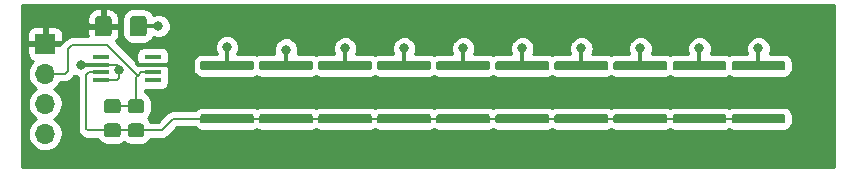
<source format=gbr>
G04 #@! TF.GenerationSoftware,KiCad,Pcbnew,6.0.0-unknown-ea0edab~86~ubuntu18.04.1*
G04 #@! TF.CreationDate,2019-07-07T15:34:29+02:00*
G04 #@! TF.ProjectId,ir-receiver,69722d72-6563-4656-9976-65722e6b6963,rev?*
G04 #@! TF.SameCoordinates,Original*
G04 #@! TF.FileFunction,Copper,L1,Top*
G04 #@! TF.FilePolarity,Positive*
%FSLAX46Y46*%
G04 Gerber Fmt 4.6, Leading zero omitted, Abs format (unit mm)*
G04 Created by KiCad (PCBNEW 6.0.0-unknown-ea0edab~86~ubuntu18.04.1) date 2019-07-07 15:34:29*
%MOMM*%
%LPD*%
G04 APERTURE LIST*
%ADD10O,1.700000X1.700000*%
%ADD11R,1.700000X1.700000*%
%ADD12C,0.100000*%
%ADD13C,1.150000*%
%ADD14R,1.450000X0.450000*%
%ADD15C,0.750000*%
%ADD16C,1.425000*%
%ADD17C,0.800000*%
%ADD18C,0.300000*%
%ADD19C,0.200000*%
%ADD20C,0.254000*%
G04 APERTURE END LIST*
D10*
X142600000Y-116520000D03*
X142600000Y-113980000D03*
X142600000Y-111440000D03*
D11*
X142600000Y-108900000D03*
D12*
G36*
X148845671Y-113619030D02*
G01*
X148926777Y-113673223D01*
X148980970Y-113754329D01*
X149000000Y-113849999D01*
X149000000Y-114500001D01*
X148980970Y-114595671D01*
X148926777Y-114676777D01*
X148845671Y-114730970D01*
X148750001Y-114750000D01*
X147849999Y-114750000D01*
X147754329Y-114730970D01*
X147673223Y-114676777D01*
X147619030Y-114595671D01*
X147600000Y-114500001D01*
X147600000Y-113849999D01*
X147619030Y-113754329D01*
X147673223Y-113673223D01*
X147754329Y-113619030D01*
X147849999Y-113600000D01*
X148750001Y-113600000D01*
X148845671Y-113619030D01*
X148845671Y-113619030D01*
G37*
D13*
X148300000Y-114175000D03*
D12*
G36*
X148845671Y-115669030D02*
G01*
X148926777Y-115723223D01*
X148980970Y-115804329D01*
X149000000Y-115899999D01*
X149000000Y-116550001D01*
X148980970Y-116645671D01*
X148926777Y-116726777D01*
X148845671Y-116780970D01*
X148750001Y-116800000D01*
X147849999Y-116800000D01*
X147754329Y-116780970D01*
X147673223Y-116726777D01*
X147619030Y-116645671D01*
X147600000Y-116550001D01*
X147600000Y-115899999D01*
X147619030Y-115804329D01*
X147673223Y-115723223D01*
X147754329Y-115669030D01*
X147849999Y-115650000D01*
X148750001Y-115650000D01*
X148845671Y-115669030D01*
X148845671Y-115669030D01*
G37*
D13*
X148300000Y-116225000D03*
D14*
X151700000Y-110025000D03*
X151700000Y-110675000D03*
X151700000Y-111325000D03*
X151700000Y-111975000D03*
X147300000Y-111975000D03*
X147300000Y-111325000D03*
X147300000Y-110675000D03*
X147300000Y-110025000D03*
D12*
G36*
X205172217Y-110387674D02*
G01*
X205226233Y-110423767D01*
X205262326Y-110477783D01*
X205275000Y-110541500D01*
X205275000Y-110958500D01*
X205262326Y-111022217D01*
X205226233Y-111076233D01*
X205172217Y-111112326D01*
X205108500Y-111125000D01*
X200891500Y-111125000D01*
X200827783Y-111112326D01*
X200773767Y-111076233D01*
X200737674Y-111022217D01*
X200725000Y-110958500D01*
X200725000Y-110541500D01*
X200737674Y-110477783D01*
X200773767Y-110423767D01*
X200827783Y-110387674D01*
X200891500Y-110375000D01*
X205108500Y-110375000D01*
X205172217Y-110387674D01*
X205172217Y-110387674D01*
G37*
D15*
X203000000Y-110750000D03*
D12*
G36*
X205172217Y-114887674D02*
G01*
X205226233Y-114923767D01*
X205262326Y-114977783D01*
X205275000Y-115041500D01*
X205275000Y-115458500D01*
X205262326Y-115522217D01*
X205226233Y-115576233D01*
X205172217Y-115612326D01*
X205108500Y-115625000D01*
X200891500Y-115625000D01*
X200827783Y-115612326D01*
X200773767Y-115576233D01*
X200737674Y-115522217D01*
X200725000Y-115458500D01*
X200725000Y-115041500D01*
X200737674Y-114977783D01*
X200773767Y-114923767D01*
X200827783Y-114887674D01*
X200891500Y-114875000D01*
X205108500Y-114875000D01*
X205172217Y-114887674D01*
X205172217Y-114887674D01*
G37*
D15*
X203000000Y-115250000D03*
D12*
G36*
X200172217Y-110387674D02*
G01*
X200226233Y-110423767D01*
X200262326Y-110477783D01*
X200275000Y-110541500D01*
X200275000Y-110958500D01*
X200262326Y-111022217D01*
X200226233Y-111076233D01*
X200172217Y-111112326D01*
X200108500Y-111125000D01*
X195891500Y-111125000D01*
X195827783Y-111112326D01*
X195773767Y-111076233D01*
X195737674Y-111022217D01*
X195725000Y-110958500D01*
X195725000Y-110541500D01*
X195737674Y-110477783D01*
X195773767Y-110423767D01*
X195827783Y-110387674D01*
X195891500Y-110375000D01*
X200108500Y-110375000D01*
X200172217Y-110387674D01*
X200172217Y-110387674D01*
G37*
D15*
X198000000Y-110750000D03*
D12*
G36*
X200172217Y-114887674D02*
G01*
X200226233Y-114923767D01*
X200262326Y-114977783D01*
X200275000Y-115041500D01*
X200275000Y-115458500D01*
X200262326Y-115522217D01*
X200226233Y-115576233D01*
X200172217Y-115612326D01*
X200108500Y-115625000D01*
X195891500Y-115625000D01*
X195827783Y-115612326D01*
X195773767Y-115576233D01*
X195737674Y-115522217D01*
X195725000Y-115458500D01*
X195725000Y-115041500D01*
X195737674Y-114977783D01*
X195773767Y-114923767D01*
X195827783Y-114887674D01*
X195891500Y-114875000D01*
X200108500Y-114875000D01*
X200172217Y-114887674D01*
X200172217Y-114887674D01*
G37*
D15*
X198000000Y-115250000D03*
D12*
G36*
X195172217Y-110387674D02*
G01*
X195226233Y-110423767D01*
X195262326Y-110477783D01*
X195275000Y-110541500D01*
X195275000Y-110958500D01*
X195262326Y-111022217D01*
X195226233Y-111076233D01*
X195172217Y-111112326D01*
X195108500Y-111125000D01*
X190891500Y-111125000D01*
X190827783Y-111112326D01*
X190773767Y-111076233D01*
X190737674Y-111022217D01*
X190725000Y-110958500D01*
X190725000Y-110541500D01*
X190737674Y-110477783D01*
X190773767Y-110423767D01*
X190827783Y-110387674D01*
X190891500Y-110375000D01*
X195108500Y-110375000D01*
X195172217Y-110387674D01*
X195172217Y-110387674D01*
G37*
D15*
X193000000Y-110750000D03*
D12*
G36*
X195172217Y-114887674D02*
G01*
X195226233Y-114923767D01*
X195262326Y-114977783D01*
X195275000Y-115041500D01*
X195275000Y-115458500D01*
X195262326Y-115522217D01*
X195226233Y-115576233D01*
X195172217Y-115612326D01*
X195108500Y-115625000D01*
X190891500Y-115625000D01*
X190827783Y-115612326D01*
X190773767Y-115576233D01*
X190737674Y-115522217D01*
X190725000Y-115458500D01*
X190725000Y-115041500D01*
X190737674Y-114977783D01*
X190773767Y-114923767D01*
X190827783Y-114887674D01*
X190891500Y-114875000D01*
X195108500Y-114875000D01*
X195172217Y-114887674D01*
X195172217Y-114887674D01*
G37*
D15*
X193000000Y-115250000D03*
D12*
G36*
X190172217Y-110387674D02*
G01*
X190226233Y-110423767D01*
X190262326Y-110477783D01*
X190275000Y-110541500D01*
X190275000Y-110958500D01*
X190262326Y-111022217D01*
X190226233Y-111076233D01*
X190172217Y-111112326D01*
X190108500Y-111125000D01*
X185891500Y-111125000D01*
X185827783Y-111112326D01*
X185773767Y-111076233D01*
X185737674Y-111022217D01*
X185725000Y-110958500D01*
X185725000Y-110541500D01*
X185737674Y-110477783D01*
X185773767Y-110423767D01*
X185827783Y-110387674D01*
X185891500Y-110375000D01*
X190108500Y-110375000D01*
X190172217Y-110387674D01*
X190172217Y-110387674D01*
G37*
D15*
X188000000Y-110750000D03*
D12*
G36*
X190172217Y-114887674D02*
G01*
X190226233Y-114923767D01*
X190262326Y-114977783D01*
X190275000Y-115041500D01*
X190275000Y-115458500D01*
X190262326Y-115522217D01*
X190226233Y-115576233D01*
X190172217Y-115612326D01*
X190108500Y-115625000D01*
X185891500Y-115625000D01*
X185827783Y-115612326D01*
X185773767Y-115576233D01*
X185737674Y-115522217D01*
X185725000Y-115458500D01*
X185725000Y-115041500D01*
X185737674Y-114977783D01*
X185773767Y-114923767D01*
X185827783Y-114887674D01*
X185891500Y-114875000D01*
X190108500Y-114875000D01*
X190172217Y-114887674D01*
X190172217Y-114887674D01*
G37*
D15*
X188000000Y-115250000D03*
D12*
G36*
X185172217Y-110387674D02*
G01*
X185226233Y-110423767D01*
X185262326Y-110477783D01*
X185275000Y-110541500D01*
X185275000Y-110958500D01*
X185262326Y-111022217D01*
X185226233Y-111076233D01*
X185172217Y-111112326D01*
X185108500Y-111125000D01*
X180891500Y-111125000D01*
X180827783Y-111112326D01*
X180773767Y-111076233D01*
X180737674Y-111022217D01*
X180725000Y-110958500D01*
X180725000Y-110541500D01*
X180737674Y-110477783D01*
X180773767Y-110423767D01*
X180827783Y-110387674D01*
X180891500Y-110375000D01*
X185108500Y-110375000D01*
X185172217Y-110387674D01*
X185172217Y-110387674D01*
G37*
D15*
X183000000Y-110750000D03*
D12*
G36*
X185172217Y-114887674D02*
G01*
X185226233Y-114923767D01*
X185262326Y-114977783D01*
X185275000Y-115041500D01*
X185275000Y-115458500D01*
X185262326Y-115522217D01*
X185226233Y-115576233D01*
X185172217Y-115612326D01*
X185108500Y-115625000D01*
X180891500Y-115625000D01*
X180827783Y-115612326D01*
X180773767Y-115576233D01*
X180737674Y-115522217D01*
X180725000Y-115458500D01*
X180725000Y-115041500D01*
X180737674Y-114977783D01*
X180773767Y-114923767D01*
X180827783Y-114887674D01*
X180891500Y-114875000D01*
X185108500Y-114875000D01*
X185172217Y-114887674D01*
X185172217Y-114887674D01*
G37*
D15*
X183000000Y-115250000D03*
D12*
G36*
X180172217Y-110387674D02*
G01*
X180226233Y-110423767D01*
X180262326Y-110477783D01*
X180275000Y-110541500D01*
X180275000Y-110958500D01*
X180262326Y-111022217D01*
X180226233Y-111076233D01*
X180172217Y-111112326D01*
X180108500Y-111125000D01*
X175891500Y-111125000D01*
X175827783Y-111112326D01*
X175773767Y-111076233D01*
X175737674Y-111022217D01*
X175725000Y-110958500D01*
X175725000Y-110541500D01*
X175737674Y-110477783D01*
X175773767Y-110423767D01*
X175827783Y-110387674D01*
X175891500Y-110375000D01*
X180108500Y-110375000D01*
X180172217Y-110387674D01*
X180172217Y-110387674D01*
G37*
D15*
X178000000Y-110750000D03*
D12*
G36*
X180172217Y-114887674D02*
G01*
X180226233Y-114923767D01*
X180262326Y-114977783D01*
X180275000Y-115041500D01*
X180275000Y-115458500D01*
X180262326Y-115522217D01*
X180226233Y-115576233D01*
X180172217Y-115612326D01*
X180108500Y-115625000D01*
X175891500Y-115625000D01*
X175827783Y-115612326D01*
X175773767Y-115576233D01*
X175737674Y-115522217D01*
X175725000Y-115458500D01*
X175725000Y-115041500D01*
X175737674Y-114977783D01*
X175773767Y-114923767D01*
X175827783Y-114887674D01*
X175891500Y-114875000D01*
X180108500Y-114875000D01*
X180172217Y-114887674D01*
X180172217Y-114887674D01*
G37*
D15*
X178000000Y-115250000D03*
D12*
G36*
X175172217Y-110387674D02*
G01*
X175226233Y-110423767D01*
X175262326Y-110477783D01*
X175275000Y-110541500D01*
X175275000Y-110958500D01*
X175262326Y-111022217D01*
X175226233Y-111076233D01*
X175172217Y-111112326D01*
X175108500Y-111125000D01*
X170891500Y-111125000D01*
X170827783Y-111112326D01*
X170773767Y-111076233D01*
X170737674Y-111022217D01*
X170725000Y-110958500D01*
X170725000Y-110541500D01*
X170737674Y-110477783D01*
X170773767Y-110423767D01*
X170827783Y-110387674D01*
X170891500Y-110375000D01*
X175108500Y-110375000D01*
X175172217Y-110387674D01*
X175172217Y-110387674D01*
G37*
D15*
X173000000Y-110750000D03*
D12*
G36*
X175172217Y-114887674D02*
G01*
X175226233Y-114923767D01*
X175262326Y-114977783D01*
X175275000Y-115041500D01*
X175275000Y-115458500D01*
X175262326Y-115522217D01*
X175226233Y-115576233D01*
X175172217Y-115612326D01*
X175108500Y-115625000D01*
X170891500Y-115625000D01*
X170827783Y-115612326D01*
X170773767Y-115576233D01*
X170737674Y-115522217D01*
X170725000Y-115458500D01*
X170725000Y-115041500D01*
X170737674Y-114977783D01*
X170773767Y-114923767D01*
X170827783Y-114887674D01*
X170891500Y-114875000D01*
X175108500Y-114875000D01*
X175172217Y-114887674D01*
X175172217Y-114887674D01*
G37*
D15*
X173000000Y-115250000D03*
D12*
G36*
X170172217Y-110387674D02*
G01*
X170226233Y-110423767D01*
X170262326Y-110477783D01*
X170275000Y-110541500D01*
X170275000Y-110958500D01*
X170262326Y-111022217D01*
X170226233Y-111076233D01*
X170172217Y-111112326D01*
X170108500Y-111125000D01*
X165891500Y-111125000D01*
X165827783Y-111112326D01*
X165773767Y-111076233D01*
X165737674Y-111022217D01*
X165725000Y-110958500D01*
X165725000Y-110541500D01*
X165737674Y-110477783D01*
X165773767Y-110423767D01*
X165827783Y-110387674D01*
X165891500Y-110375000D01*
X170108500Y-110375000D01*
X170172217Y-110387674D01*
X170172217Y-110387674D01*
G37*
D15*
X168000000Y-110750000D03*
D12*
G36*
X170172217Y-114887674D02*
G01*
X170226233Y-114923767D01*
X170262326Y-114977783D01*
X170275000Y-115041500D01*
X170275000Y-115458500D01*
X170262326Y-115522217D01*
X170226233Y-115576233D01*
X170172217Y-115612326D01*
X170108500Y-115625000D01*
X165891500Y-115625000D01*
X165827783Y-115612326D01*
X165773767Y-115576233D01*
X165737674Y-115522217D01*
X165725000Y-115458500D01*
X165725000Y-115041500D01*
X165737674Y-114977783D01*
X165773767Y-114923767D01*
X165827783Y-114887674D01*
X165891500Y-114875000D01*
X170108500Y-114875000D01*
X170172217Y-114887674D01*
X170172217Y-114887674D01*
G37*
D15*
X168000000Y-115250000D03*
D12*
G36*
X165172217Y-110387674D02*
G01*
X165226233Y-110423767D01*
X165262326Y-110477783D01*
X165275000Y-110541500D01*
X165275000Y-110958500D01*
X165262326Y-111022217D01*
X165226233Y-111076233D01*
X165172217Y-111112326D01*
X165108500Y-111125000D01*
X160891500Y-111125000D01*
X160827783Y-111112326D01*
X160773767Y-111076233D01*
X160737674Y-111022217D01*
X160725000Y-110958500D01*
X160725000Y-110541500D01*
X160737674Y-110477783D01*
X160773767Y-110423767D01*
X160827783Y-110387674D01*
X160891500Y-110375000D01*
X165108500Y-110375000D01*
X165172217Y-110387674D01*
X165172217Y-110387674D01*
G37*
D15*
X163000000Y-110750000D03*
D12*
G36*
X165172217Y-114887674D02*
G01*
X165226233Y-114923767D01*
X165262326Y-114977783D01*
X165275000Y-115041500D01*
X165275000Y-115458500D01*
X165262326Y-115522217D01*
X165226233Y-115576233D01*
X165172217Y-115612326D01*
X165108500Y-115625000D01*
X160891500Y-115625000D01*
X160827783Y-115612326D01*
X160773767Y-115576233D01*
X160737674Y-115522217D01*
X160725000Y-115458500D01*
X160725000Y-115041500D01*
X160737674Y-114977783D01*
X160773767Y-114923767D01*
X160827783Y-114887674D01*
X160891500Y-114875000D01*
X165108500Y-114875000D01*
X165172217Y-114887674D01*
X165172217Y-114887674D01*
G37*
D15*
X163000000Y-115250000D03*
D12*
G36*
X160172217Y-110387674D02*
G01*
X160226233Y-110423767D01*
X160262326Y-110477783D01*
X160275000Y-110541500D01*
X160275000Y-110958500D01*
X160262326Y-111022217D01*
X160226233Y-111076233D01*
X160172217Y-111112326D01*
X160108500Y-111125000D01*
X155891500Y-111125000D01*
X155827783Y-111112326D01*
X155773767Y-111076233D01*
X155737674Y-111022217D01*
X155725000Y-110958500D01*
X155725000Y-110541500D01*
X155737674Y-110477783D01*
X155773767Y-110423767D01*
X155827783Y-110387674D01*
X155891500Y-110375000D01*
X160108500Y-110375000D01*
X160172217Y-110387674D01*
X160172217Y-110387674D01*
G37*
D15*
X158000000Y-110750000D03*
D12*
G36*
X160172217Y-114887674D02*
G01*
X160226233Y-114923767D01*
X160262326Y-114977783D01*
X160275000Y-115041500D01*
X160275000Y-115458500D01*
X160262326Y-115522217D01*
X160226233Y-115576233D01*
X160172217Y-115612326D01*
X160108500Y-115625000D01*
X155891500Y-115625000D01*
X155827783Y-115612326D01*
X155773767Y-115576233D01*
X155737674Y-115522217D01*
X155725000Y-115458500D01*
X155725000Y-115041500D01*
X155737674Y-114977783D01*
X155773767Y-114923767D01*
X155827783Y-114887674D01*
X155891500Y-114875000D01*
X160108500Y-114875000D01*
X160172217Y-114887674D01*
X160172217Y-114887674D01*
G37*
D15*
X158000000Y-115250000D03*
D12*
G36*
X151045671Y-106544030D02*
G01*
X151126777Y-106598223D01*
X151180970Y-106679329D01*
X151200000Y-106775000D01*
X151200000Y-108025000D01*
X151180970Y-108120671D01*
X151126777Y-108201777D01*
X151045671Y-108255970D01*
X150950000Y-108275000D01*
X150025000Y-108275000D01*
X149929329Y-108255970D01*
X149848223Y-108201777D01*
X149794030Y-108120671D01*
X149775000Y-108025000D01*
X149775000Y-106775000D01*
X149794030Y-106679329D01*
X149848223Y-106598223D01*
X149929329Y-106544030D01*
X150025000Y-106525000D01*
X150950000Y-106525000D01*
X151045671Y-106544030D01*
X151045671Y-106544030D01*
G37*
D16*
X150487500Y-107400000D03*
D12*
G36*
X148070671Y-106544030D02*
G01*
X148151777Y-106598223D01*
X148205970Y-106679329D01*
X148225000Y-106775000D01*
X148225000Y-108025000D01*
X148205970Y-108120671D01*
X148151777Y-108201777D01*
X148070671Y-108255970D01*
X147975000Y-108275000D01*
X147050000Y-108275000D01*
X146954329Y-108255970D01*
X146873223Y-108201777D01*
X146819030Y-108120671D01*
X146800000Y-108025000D01*
X146800000Y-106775000D01*
X146819030Y-106679329D01*
X146873223Y-106598223D01*
X146954329Y-106544030D01*
X147050000Y-106525000D01*
X147975000Y-106525000D01*
X148070671Y-106544030D01*
X148070671Y-106544030D01*
G37*
D16*
X147512500Y-107400000D03*
D12*
G36*
X150845671Y-115669030D02*
G01*
X150926777Y-115723223D01*
X150980970Y-115804329D01*
X151000000Y-115899999D01*
X151000000Y-116550001D01*
X150980970Y-116645671D01*
X150926777Y-116726777D01*
X150845671Y-116780970D01*
X150750001Y-116800000D01*
X149849999Y-116800000D01*
X149754329Y-116780970D01*
X149673223Y-116726777D01*
X149619030Y-116645671D01*
X149600000Y-116550001D01*
X149600000Y-115899999D01*
X149619030Y-115804329D01*
X149673223Y-115723223D01*
X149754329Y-115669030D01*
X149849999Y-115650000D01*
X150750001Y-115650000D01*
X150845671Y-115669030D01*
X150845671Y-115669030D01*
G37*
D13*
X150300000Y-116225000D03*
D12*
G36*
X150845671Y-113619030D02*
G01*
X150926777Y-113673223D01*
X150980970Y-113754329D01*
X151000000Y-113849999D01*
X151000000Y-114500001D01*
X150980970Y-114595671D01*
X150926777Y-114676777D01*
X150845671Y-114730970D01*
X150750001Y-114750000D01*
X149849999Y-114750000D01*
X149754329Y-114730970D01*
X149673223Y-114676777D01*
X149619030Y-114595671D01*
X149600000Y-114500001D01*
X149600000Y-113849999D01*
X149619030Y-113754329D01*
X149673223Y-113673223D01*
X149754329Y-113619030D01*
X149849999Y-113600000D01*
X150750001Y-113600000D01*
X150845671Y-113619030D01*
X150845671Y-113619030D01*
G37*
D13*
X150300000Y-114175000D03*
D17*
X158000000Y-109200000D03*
X152200000Y-107400000D03*
X145600000Y-110700000D03*
X203000000Y-109300000D03*
X198000000Y-109300000D03*
X193000000Y-109300000D03*
X188000000Y-109300000D03*
X183000000Y-109300000D03*
X178000000Y-109300000D03*
X173000000Y-109300000D03*
X168000000Y-109300000D03*
X163000000Y-109400000D03*
X148900000Y-111100000D03*
D18*
X158000000Y-109200000D02*
X158000000Y-110550000D01*
X150475000Y-110675000D02*
X150400000Y-110600000D01*
X151700000Y-110675000D02*
X150475000Y-110675000D01*
D19*
X150425000Y-111625000D02*
X150300000Y-111750000D01*
X150725000Y-111325000D02*
X150425000Y-111625000D01*
X144900000Y-109000000D02*
X147836002Y-109000000D01*
X150425000Y-111588998D02*
X150425000Y-111625000D01*
X147836002Y-109000000D02*
X150425000Y-111588998D01*
X144500000Y-109371764D02*
X144500000Y-111200000D01*
X144900000Y-109000000D02*
X144500000Y-109371764D01*
X144500000Y-111200000D02*
X144260000Y-111440000D01*
X144260000Y-111440000D02*
X142600000Y-111440000D01*
D18*
X151700000Y-110675000D02*
X151425000Y-110675000D01*
X151425000Y-110675000D02*
X151400000Y-110700000D01*
X153100000Y-110675000D02*
X152075000Y-110675000D01*
X152200000Y-107400000D02*
X150850000Y-107400000D01*
X145600000Y-110700000D02*
X146950000Y-110700000D01*
X203000000Y-109300000D02*
X203000000Y-110650000D01*
X198000000Y-109300000D02*
X198000000Y-110650000D01*
X193000000Y-109300000D02*
X193000000Y-110650000D01*
X188000000Y-109300000D02*
X188000000Y-110650000D01*
X183000000Y-109300000D02*
X183000000Y-110650000D01*
X178000000Y-109300000D02*
X178000000Y-110650000D01*
X173000000Y-109300000D02*
X173000000Y-110650000D01*
X168000000Y-109300000D02*
X168000000Y-110650000D01*
X163000000Y-109400000D02*
X163000000Y-110750000D01*
D19*
X148900000Y-111100000D02*
X148900000Y-110900000D01*
X150300000Y-114175000D02*
X148300000Y-114175000D01*
X150300000Y-116225000D02*
X148300000Y-116225000D01*
X150300000Y-116225000D02*
X152475000Y-116225000D01*
X153450000Y-115250000D02*
X157500000Y-115250000D01*
X152475000Y-116225000D02*
X153450000Y-115250000D01*
X158000000Y-115250000D02*
X163000000Y-115250000D01*
X150300000Y-113500000D02*
X150300000Y-114175000D01*
X150300000Y-111750000D02*
X150300000Y-113500000D01*
X151700000Y-111325000D02*
X150725000Y-111325000D01*
X154612500Y-110087500D02*
X154612500Y-107800000D01*
X154025000Y-110675000D02*
X154612500Y-110087500D01*
X163000000Y-115250000D02*
X168000000Y-115250000D01*
X168000000Y-115250000D02*
X173000000Y-115250000D01*
X173000000Y-115250000D02*
X178000000Y-115250000D01*
X178000000Y-115250000D02*
X203000000Y-115250000D01*
X146225000Y-116225000D02*
X148300000Y-116225000D01*
X146100000Y-116100000D02*
X146225000Y-116225000D01*
X146100000Y-111550000D02*
X146100000Y-116100000D01*
X147300000Y-111325000D02*
X146325000Y-111325000D01*
X146325000Y-111325000D02*
X146100000Y-111550000D01*
X147300000Y-111975000D02*
X148725000Y-111975000D01*
X148725000Y-111975000D02*
X148900000Y-111800000D01*
X148900000Y-111800000D02*
X148900000Y-111100000D01*
X148675000Y-110675000D02*
X147300000Y-110675000D01*
X148900000Y-110900000D02*
X148675000Y-110675000D01*
D20*
G36*
X209365000Y-119365000D02*
G01*
X140635000Y-119365000D01*
X140635000Y-109154000D01*
X141107163Y-109154000D01*
X141107163Y-109750000D01*
X141111490Y-109782870D01*
X141180599Y-110040789D01*
X141205984Y-110089553D01*
X141321138Y-110226788D01*
X141354926Y-110255139D01*
X141510073Y-110344713D01*
X141551520Y-110359799D01*
X141576325Y-110364173D01*
X141491580Y-110445016D01*
X141477350Y-110461099D01*
X141339782Y-110645997D01*
X141328466Y-110664249D01*
X141224018Y-110869683D01*
X141215938Y-110889580D01*
X141147597Y-111109674D01*
X141142986Y-111130648D01*
X141112705Y-111359111D01*
X141111693Y-111380563D01*
X141120339Y-111610862D01*
X141122957Y-111632176D01*
X141170282Y-111857725D01*
X141176453Y-111878295D01*
X141261104Y-112092646D01*
X141270652Y-112111881D01*
X141390209Y-112308905D01*
X141402862Y-112326257D01*
X141553906Y-112500320D01*
X141569302Y-112515292D01*
X141747515Y-112661417D01*
X141765213Y-112673580D01*
X141828164Y-112709414D01*
X141675070Y-112812483D01*
X141658334Y-112825940D01*
X141491580Y-112985016D01*
X141477350Y-113001099D01*
X141339782Y-113185997D01*
X141328466Y-113204249D01*
X141224018Y-113409683D01*
X141215938Y-113429580D01*
X141147597Y-113649674D01*
X141142986Y-113670648D01*
X141112705Y-113899111D01*
X141111693Y-113920563D01*
X141120339Y-114150862D01*
X141122957Y-114172176D01*
X141170282Y-114397725D01*
X141176453Y-114418295D01*
X141261104Y-114632646D01*
X141270652Y-114651881D01*
X141390209Y-114848905D01*
X141402862Y-114866257D01*
X141553906Y-115040320D01*
X141569302Y-115055292D01*
X141747515Y-115201417D01*
X141765213Y-115213580D01*
X141828164Y-115249414D01*
X141675070Y-115352483D01*
X141658334Y-115365940D01*
X141491580Y-115525016D01*
X141477350Y-115541099D01*
X141339782Y-115725997D01*
X141328466Y-115744249D01*
X141224018Y-115949683D01*
X141215938Y-115969580D01*
X141147597Y-116189674D01*
X141142986Y-116210648D01*
X141112705Y-116439111D01*
X141111693Y-116460563D01*
X141120339Y-116690862D01*
X141122957Y-116712176D01*
X141170282Y-116937725D01*
X141176453Y-116958295D01*
X141261104Y-117172646D01*
X141270652Y-117191881D01*
X141390209Y-117388905D01*
X141402862Y-117406257D01*
X141553906Y-117580320D01*
X141569302Y-117595292D01*
X141747515Y-117741417D01*
X141765213Y-117753580D01*
X141965498Y-117867589D01*
X141984993Y-117876597D01*
X142201624Y-117955230D01*
X142228269Y-117961750D01*
X142546275Y-118003899D01*
X142562962Y-118005000D01*
X142657854Y-118005000D01*
X142668592Y-118004545D01*
X142840374Y-117989969D01*
X142861541Y-117986351D01*
X143084610Y-117928454D01*
X143104866Y-117921321D01*
X143314992Y-117826666D01*
X143333757Y-117816222D01*
X143524930Y-117687517D01*
X143541666Y-117674060D01*
X143708420Y-117514984D01*
X143722650Y-117498901D01*
X143860218Y-117314003D01*
X143871534Y-117295751D01*
X143975982Y-117090317D01*
X143984062Y-117070420D01*
X144052403Y-116850326D01*
X144057014Y-116829352D01*
X144087295Y-116600889D01*
X144088307Y-116579437D01*
X144079661Y-116349138D01*
X144077043Y-116327824D01*
X144029718Y-116102275D01*
X144023547Y-116081705D01*
X143938896Y-115867354D01*
X143929348Y-115848119D01*
X143809791Y-115651095D01*
X143797138Y-115633743D01*
X143646094Y-115459680D01*
X143630698Y-115444708D01*
X143452485Y-115298583D01*
X143434787Y-115286420D01*
X143371836Y-115250586D01*
X143524930Y-115147517D01*
X143541666Y-115134060D01*
X143708420Y-114974984D01*
X143722650Y-114958901D01*
X143860218Y-114774003D01*
X143871534Y-114755751D01*
X143975982Y-114550317D01*
X143984062Y-114530420D01*
X144052403Y-114310326D01*
X144057014Y-114289352D01*
X144087295Y-114060889D01*
X144088307Y-114039437D01*
X144079661Y-113809138D01*
X144077043Y-113787824D01*
X144029718Y-113562275D01*
X144023547Y-113541705D01*
X143938896Y-113327354D01*
X143929348Y-113308119D01*
X143809791Y-113111095D01*
X143797138Y-113093743D01*
X143646094Y-112919680D01*
X143630698Y-112904708D01*
X143452485Y-112758583D01*
X143434787Y-112746420D01*
X143371836Y-112710586D01*
X143524930Y-112607517D01*
X143541666Y-112594060D01*
X143708420Y-112434984D01*
X143722650Y-112418901D01*
X143860218Y-112234003D01*
X143871534Y-112215751D01*
X143892253Y-112175000D01*
X144307845Y-112175000D01*
X144307857Y-112174999D01*
X144356297Y-112174999D01*
X144395543Y-112168783D01*
X144432115Y-112156900D01*
X144470091Y-112150885D01*
X144507880Y-112138607D01*
X144542143Y-112121149D01*
X144578712Y-112109267D01*
X144614114Y-112091228D01*
X144645216Y-112068631D01*
X144679484Y-112051171D01*
X144711631Y-112027816D01*
X145087816Y-111651631D01*
X145111171Y-111619484D01*
X145113767Y-111614388D01*
X145186025Y-111656106D01*
X145216655Y-111668794D01*
X145365000Y-111708543D01*
X145365001Y-116003703D01*
X145365001Y-116196297D01*
X145371217Y-116235543D01*
X145383102Y-116272121D01*
X145389116Y-116310091D01*
X145401393Y-116347879D01*
X145418849Y-116382139D01*
X145430733Y-116418713D01*
X145448772Y-116454115D01*
X145471374Y-116485223D01*
X145488830Y-116519484D01*
X145512185Y-116551631D01*
X145546442Y-116585888D01*
X145546445Y-116585892D01*
X145773369Y-116812816D01*
X145805516Y-116836171D01*
X145839784Y-116853631D01*
X145870886Y-116876228D01*
X145906288Y-116894267D01*
X145942857Y-116906149D01*
X145977120Y-116923607D01*
X146014908Y-116935885D01*
X146052885Y-116941900D01*
X146089456Y-116953783D01*
X146128702Y-116959999D01*
X146177143Y-116959999D01*
X146177155Y-116960000D01*
X147065712Y-116960000D01*
X147166983Y-117117580D01*
X147190655Y-117144898D01*
X147355384Y-117287637D01*
X147385793Y-117307180D01*
X147584063Y-117397727D01*
X147618747Y-117407911D01*
X147834496Y-117438931D01*
X147852570Y-117440224D01*
X148747430Y-117440224D01*
X148774426Y-117437322D01*
X149092548Y-117368119D01*
X149134214Y-117350860D01*
X149303093Y-117242327D01*
X149355383Y-117287637D01*
X149385793Y-117307180D01*
X149584063Y-117397727D01*
X149618747Y-117407911D01*
X149834496Y-117438931D01*
X149852570Y-117440224D01*
X150747430Y-117440224D01*
X150774426Y-117437322D01*
X151092548Y-117368119D01*
X151134214Y-117350860D01*
X151317580Y-117233017D01*
X151344898Y-117209345D01*
X151487637Y-117044616D01*
X151507180Y-117014207D01*
X151531936Y-116960000D01*
X152522845Y-116960000D01*
X152522857Y-116959999D01*
X152571297Y-116959999D01*
X152610543Y-116953783D01*
X152647115Y-116941900D01*
X152685091Y-116935885D01*
X152722880Y-116923607D01*
X152757143Y-116906149D01*
X152793712Y-116894267D01*
X152829114Y-116876228D01*
X152860216Y-116853631D01*
X152894484Y-116836171D01*
X152926631Y-116812816D01*
X153062816Y-116676631D01*
X153754448Y-115985000D01*
X155284463Y-115985000D01*
X155422748Y-116113310D01*
X155454027Y-116134635D01*
X155637220Y-116222856D01*
X155673394Y-116234014D01*
X155874452Y-116264319D01*
X155893381Y-116265738D01*
X160106619Y-116265738D01*
X160130230Y-116263524D01*
X160379436Y-116216372D01*
X160419325Y-116201571D01*
X160498318Y-116155964D01*
X160637220Y-116222856D01*
X160673394Y-116234014D01*
X160874452Y-116264319D01*
X160893381Y-116265738D01*
X165106619Y-116265738D01*
X165130230Y-116263524D01*
X165379436Y-116216372D01*
X165419325Y-116201571D01*
X165498318Y-116155964D01*
X165637220Y-116222856D01*
X165673394Y-116234014D01*
X165874452Y-116264319D01*
X165893381Y-116265738D01*
X170106619Y-116265738D01*
X170130230Y-116263524D01*
X170379436Y-116216372D01*
X170419325Y-116201571D01*
X170498318Y-116155964D01*
X170637220Y-116222856D01*
X170673394Y-116234014D01*
X170874452Y-116264319D01*
X170893381Y-116265738D01*
X175106619Y-116265738D01*
X175130230Y-116263524D01*
X175379436Y-116216372D01*
X175419325Y-116201571D01*
X175498318Y-116155964D01*
X175637220Y-116222856D01*
X175673394Y-116234014D01*
X175874452Y-116264319D01*
X175893381Y-116265738D01*
X180106619Y-116265738D01*
X180130230Y-116263524D01*
X180379436Y-116216372D01*
X180419325Y-116201571D01*
X180498318Y-116155964D01*
X180637220Y-116222856D01*
X180673394Y-116234014D01*
X180874452Y-116264319D01*
X180893381Y-116265738D01*
X185106619Y-116265738D01*
X185130230Y-116263524D01*
X185379436Y-116216372D01*
X185419325Y-116201571D01*
X185498318Y-116155964D01*
X185637220Y-116222856D01*
X185673394Y-116234014D01*
X185874452Y-116264319D01*
X185893381Y-116265738D01*
X190106619Y-116265738D01*
X190130230Y-116263524D01*
X190379436Y-116216372D01*
X190419325Y-116201571D01*
X190498318Y-116155964D01*
X190637220Y-116222856D01*
X190673394Y-116234014D01*
X190874452Y-116264319D01*
X190893381Y-116265738D01*
X195106619Y-116265738D01*
X195130230Y-116263524D01*
X195379436Y-116216372D01*
X195419325Y-116201571D01*
X195498318Y-116155964D01*
X195637220Y-116222856D01*
X195673394Y-116234014D01*
X195874452Y-116264319D01*
X195893381Y-116265738D01*
X200106619Y-116265738D01*
X200130230Y-116263524D01*
X200379436Y-116216372D01*
X200419325Y-116201571D01*
X200498318Y-116155964D01*
X200637220Y-116222856D01*
X200673394Y-116234014D01*
X200874452Y-116264319D01*
X200893381Y-116265738D01*
X205106619Y-116265738D01*
X205130230Y-116263524D01*
X205379436Y-116216372D01*
X205419325Y-116201571D01*
X205595413Y-116099906D01*
X205625011Y-116076303D01*
X205763310Y-115927252D01*
X205784635Y-115895973D01*
X205872856Y-115712780D01*
X205884014Y-115676606D01*
X205914319Y-115475548D01*
X205915738Y-115456619D01*
X205915738Y-115043381D01*
X205913524Y-115019770D01*
X205866372Y-114770564D01*
X205851571Y-114730675D01*
X205749906Y-114554587D01*
X205726303Y-114524989D01*
X205577252Y-114386690D01*
X205545973Y-114365365D01*
X205362780Y-114277144D01*
X205326606Y-114265986D01*
X205125548Y-114235681D01*
X205106619Y-114234262D01*
X200893381Y-114234262D01*
X200869770Y-114236476D01*
X200620564Y-114283628D01*
X200580675Y-114298429D01*
X200501682Y-114344036D01*
X200362780Y-114277144D01*
X200326606Y-114265986D01*
X200125548Y-114235681D01*
X200106619Y-114234262D01*
X195893381Y-114234262D01*
X195869770Y-114236476D01*
X195620564Y-114283628D01*
X195580675Y-114298429D01*
X195501682Y-114344036D01*
X195362780Y-114277144D01*
X195326606Y-114265986D01*
X195125548Y-114235681D01*
X195106619Y-114234262D01*
X190893381Y-114234262D01*
X190869770Y-114236476D01*
X190620564Y-114283628D01*
X190580675Y-114298429D01*
X190501682Y-114344036D01*
X190362780Y-114277144D01*
X190326606Y-114265986D01*
X190125548Y-114235681D01*
X190106619Y-114234262D01*
X185893381Y-114234262D01*
X185869770Y-114236476D01*
X185620564Y-114283628D01*
X185580675Y-114298429D01*
X185501682Y-114344036D01*
X185362780Y-114277144D01*
X185326606Y-114265986D01*
X185125548Y-114235681D01*
X185106619Y-114234262D01*
X180893381Y-114234262D01*
X180869770Y-114236476D01*
X180620564Y-114283628D01*
X180580675Y-114298429D01*
X180501682Y-114344036D01*
X180362780Y-114277144D01*
X180326606Y-114265986D01*
X180125548Y-114235681D01*
X180106619Y-114234262D01*
X175893381Y-114234262D01*
X175869770Y-114236476D01*
X175620564Y-114283628D01*
X175580675Y-114298429D01*
X175501682Y-114344036D01*
X175362780Y-114277144D01*
X175326606Y-114265986D01*
X175125548Y-114235681D01*
X175106619Y-114234262D01*
X170893381Y-114234262D01*
X170869770Y-114236476D01*
X170620564Y-114283628D01*
X170580675Y-114298429D01*
X170501682Y-114344036D01*
X170362780Y-114277144D01*
X170326606Y-114265986D01*
X170125548Y-114235681D01*
X170106619Y-114234262D01*
X165893381Y-114234262D01*
X165869770Y-114236476D01*
X165620564Y-114283628D01*
X165580675Y-114298429D01*
X165501682Y-114344036D01*
X165362780Y-114277144D01*
X165326606Y-114265986D01*
X165125548Y-114235681D01*
X165106619Y-114234262D01*
X160893381Y-114234262D01*
X160869770Y-114236476D01*
X160620564Y-114283628D01*
X160580675Y-114298429D01*
X160501682Y-114344036D01*
X160362780Y-114277144D01*
X160326606Y-114265986D01*
X160125548Y-114235681D01*
X160106619Y-114234262D01*
X155893381Y-114234262D01*
X155869770Y-114236476D01*
X155620564Y-114283628D01*
X155580675Y-114298429D01*
X155404587Y-114400094D01*
X155374989Y-114423697D01*
X155290272Y-114515000D01*
X153402155Y-114515000D01*
X153402143Y-114515001D01*
X153353702Y-114515001D01*
X153314457Y-114521217D01*
X153277886Y-114533100D01*
X153239908Y-114539115D01*
X153202120Y-114551393D01*
X153167859Y-114568850D01*
X153131287Y-114580733D01*
X153095885Y-114598771D01*
X153064779Y-114621371D01*
X153030515Y-114638829D01*
X152998369Y-114662184D01*
X152964115Y-114696438D01*
X152964107Y-114696445D01*
X152170553Y-115490000D01*
X151534288Y-115490000D01*
X151433017Y-115332420D01*
X151409345Y-115305102D01*
X151289373Y-115201145D01*
X151317580Y-115183017D01*
X151344898Y-115159345D01*
X151487637Y-114994616D01*
X151507180Y-114964207D01*
X151597727Y-114765937D01*
X151607911Y-114731253D01*
X151638931Y-114515504D01*
X151640224Y-114497430D01*
X151640224Y-113852570D01*
X151637322Y-113825574D01*
X151568119Y-113507452D01*
X151550860Y-113465786D01*
X151433017Y-113282420D01*
X151409345Y-113255102D01*
X151244616Y-113112363D01*
X151214207Y-113092820D01*
X151035000Y-113010979D01*
X151035000Y-112842837D01*
X152425000Y-112842837D01*
X152457870Y-112838510D01*
X152715789Y-112769401D01*
X152764553Y-112744016D01*
X152901788Y-112628862D01*
X152930139Y-112595074D01*
X153019713Y-112439927D01*
X153034799Y-112398480D01*
X153065908Y-112222053D01*
X153067837Y-112200000D01*
X153067837Y-111750000D01*
X153063510Y-111717130D01*
X153049528Y-111664949D01*
X153065908Y-111572053D01*
X153067837Y-111550000D01*
X153067837Y-111100000D01*
X153063510Y-111067130D01*
X153049528Y-111014948D01*
X153060794Y-110951053D01*
X153052862Y-110879934D01*
X153007739Y-110824393D01*
X152997625Y-110821248D01*
X152994400Y-110809211D01*
X152969016Y-110760448D01*
X152901065Y-110679467D01*
X152901788Y-110678861D01*
X152930139Y-110645074D01*
X152988851Y-110543381D01*
X155084262Y-110543381D01*
X155084262Y-110956619D01*
X155086476Y-110980230D01*
X155133628Y-111229436D01*
X155148429Y-111269325D01*
X155250094Y-111445413D01*
X155273697Y-111475011D01*
X155422748Y-111613310D01*
X155454027Y-111634635D01*
X155637220Y-111722856D01*
X155673394Y-111734014D01*
X155874452Y-111764319D01*
X155893381Y-111765738D01*
X160106619Y-111765738D01*
X160130230Y-111763524D01*
X160379436Y-111716372D01*
X160419325Y-111701571D01*
X160498318Y-111655964D01*
X160637220Y-111722856D01*
X160673394Y-111734014D01*
X160874452Y-111764319D01*
X160893381Y-111765738D01*
X165106619Y-111765738D01*
X165130230Y-111763524D01*
X165379436Y-111716372D01*
X165419325Y-111701571D01*
X165498318Y-111655964D01*
X165637220Y-111722856D01*
X165673394Y-111734014D01*
X165874452Y-111764319D01*
X165893381Y-111765738D01*
X170106619Y-111765738D01*
X170130230Y-111763524D01*
X170379436Y-111716372D01*
X170419325Y-111701571D01*
X170498318Y-111655964D01*
X170637220Y-111722856D01*
X170673394Y-111734014D01*
X170874452Y-111764319D01*
X170893381Y-111765738D01*
X175106619Y-111765738D01*
X175130230Y-111763524D01*
X175379436Y-111716372D01*
X175419325Y-111701571D01*
X175498318Y-111655964D01*
X175637220Y-111722856D01*
X175673394Y-111734014D01*
X175874452Y-111764319D01*
X175893381Y-111765738D01*
X180106619Y-111765738D01*
X180130230Y-111763524D01*
X180379436Y-111716372D01*
X180419325Y-111701571D01*
X180498318Y-111655964D01*
X180637220Y-111722856D01*
X180673394Y-111734014D01*
X180874452Y-111764319D01*
X180893381Y-111765738D01*
X185106619Y-111765738D01*
X185130230Y-111763524D01*
X185379436Y-111716372D01*
X185419325Y-111701571D01*
X185498318Y-111655964D01*
X185637220Y-111722856D01*
X185673394Y-111734014D01*
X185874452Y-111764319D01*
X185893381Y-111765738D01*
X190106619Y-111765738D01*
X190130230Y-111763524D01*
X190379436Y-111716372D01*
X190419325Y-111701571D01*
X190498318Y-111655964D01*
X190637220Y-111722856D01*
X190673394Y-111734014D01*
X190874452Y-111764319D01*
X190893381Y-111765738D01*
X195106619Y-111765738D01*
X195130230Y-111763524D01*
X195379436Y-111716372D01*
X195419325Y-111701571D01*
X195498318Y-111655964D01*
X195637220Y-111722856D01*
X195673394Y-111734014D01*
X195874452Y-111764319D01*
X195893381Y-111765738D01*
X200106619Y-111765738D01*
X200130230Y-111763524D01*
X200379436Y-111716372D01*
X200419325Y-111701571D01*
X200498318Y-111655964D01*
X200637220Y-111722856D01*
X200673394Y-111734014D01*
X200874452Y-111764319D01*
X200893381Y-111765738D01*
X205106619Y-111765738D01*
X205130230Y-111763524D01*
X205379436Y-111716372D01*
X205419325Y-111701571D01*
X205595413Y-111599906D01*
X205625011Y-111576303D01*
X205763310Y-111427252D01*
X205784635Y-111395973D01*
X205872856Y-111212780D01*
X205884014Y-111176606D01*
X205914319Y-110975548D01*
X205915738Y-110956619D01*
X205915738Y-110543381D01*
X205913524Y-110519770D01*
X205866372Y-110270564D01*
X205851571Y-110230675D01*
X205749906Y-110054587D01*
X205726303Y-110024989D01*
X205577252Y-109886690D01*
X205545973Y-109865365D01*
X205362780Y-109777144D01*
X205326606Y-109765986D01*
X205125548Y-109735681D01*
X205106619Y-109734262D01*
X203944393Y-109734262D01*
X203956106Y-109713975D01*
X203968794Y-109683345D01*
X204030673Y-109452410D01*
X204035000Y-109419540D01*
X204035000Y-109180460D01*
X204030673Y-109147590D01*
X203968794Y-108916655D01*
X203956106Y-108886025D01*
X203836566Y-108678975D01*
X203816384Y-108652672D01*
X203647328Y-108483616D01*
X203621025Y-108463434D01*
X203413975Y-108343894D01*
X203383345Y-108331206D01*
X203152410Y-108269327D01*
X203119540Y-108265000D01*
X202880460Y-108265000D01*
X202847590Y-108269327D01*
X202616655Y-108331206D01*
X202586025Y-108343894D01*
X202378975Y-108463434D01*
X202352672Y-108483616D01*
X202183616Y-108652672D01*
X202163434Y-108678975D01*
X202043894Y-108886025D01*
X202031206Y-108916655D01*
X201969327Y-109147590D01*
X201965000Y-109180460D01*
X201965000Y-109419540D01*
X201969327Y-109452410D01*
X202031206Y-109683345D01*
X202043894Y-109713975D01*
X202055607Y-109734262D01*
X200893381Y-109734262D01*
X200869770Y-109736476D01*
X200620564Y-109783628D01*
X200580675Y-109798429D01*
X200501682Y-109844036D01*
X200362780Y-109777144D01*
X200326606Y-109765986D01*
X200125548Y-109735681D01*
X200106619Y-109734262D01*
X198944393Y-109734262D01*
X198956106Y-109713975D01*
X198968794Y-109683345D01*
X199030673Y-109452410D01*
X199035000Y-109419540D01*
X199035000Y-109180460D01*
X199030673Y-109147590D01*
X198968794Y-108916655D01*
X198956106Y-108886025D01*
X198836566Y-108678975D01*
X198816384Y-108652672D01*
X198647328Y-108483616D01*
X198621025Y-108463434D01*
X198413975Y-108343894D01*
X198383345Y-108331206D01*
X198152410Y-108269327D01*
X198119540Y-108265000D01*
X197880460Y-108265000D01*
X197847590Y-108269327D01*
X197616655Y-108331206D01*
X197586025Y-108343894D01*
X197378975Y-108463434D01*
X197352672Y-108483616D01*
X197183616Y-108652672D01*
X197163434Y-108678975D01*
X197043894Y-108886025D01*
X197031206Y-108916655D01*
X196969327Y-109147590D01*
X196965000Y-109180460D01*
X196965000Y-109419540D01*
X196969327Y-109452410D01*
X197031206Y-109683345D01*
X197043894Y-109713975D01*
X197055607Y-109734262D01*
X195893381Y-109734262D01*
X195869770Y-109736476D01*
X195620564Y-109783628D01*
X195580675Y-109798429D01*
X195501682Y-109844036D01*
X195362780Y-109777144D01*
X195326606Y-109765986D01*
X195125548Y-109735681D01*
X195106619Y-109734262D01*
X193944393Y-109734262D01*
X193956106Y-109713975D01*
X193968794Y-109683345D01*
X194030673Y-109452410D01*
X194035000Y-109419540D01*
X194035000Y-109180460D01*
X194030673Y-109147590D01*
X193968794Y-108916655D01*
X193956106Y-108886025D01*
X193836566Y-108678975D01*
X193816384Y-108652672D01*
X193647328Y-108483616D01*
X193621025Y-108463434D01*
X193413975Y-108343894D01*
X193383345Y-108331206D01*
X193152410Y-108269327D01*
X193119540Y-108265000D01*
X192880460Y-108265000D01*
X192847590Y-108269327D01*
X192616655Y-108331206D01*
X192586025Y-108343894D01*
X192378975Y-108463434D01*
X192352672Y-108483616D01*
X192183616Y-108652672D01*
X192163434Y-108678975D01*
X192043894Y-108886025D01*
X192031206Y-108916655D01*
X191969327Y-109147590D01*
X191965000Y-109180460D01*
X191965000Y-109419540D01*
X191969327Y-109452410D01*
X192031206Y-109683345D01*
X192043894Y-109713975D01*
X192055607Y-109734262D01*
X190893381Y-109734262D01*
X190869770Y-109736476D01*
X190620564Y-109783628D01*
X190580675Y-109798429D01*
X190501682Y-109844036D01*
X190362780Y-109777144D01*
X190326606Y-109765986D01*
X190125548Y-109735681D01*
X190106619Y-109734262D01*
X188944393Y-109734262D01*
X188956106Y-109713975D01*
X188968794Y-109683345D01*
X189030673Y-109452410D01*
X189035000Y-109419540D01*
X189035000Y-109180460D01*
X189030673Y-109147590D01*
X188968794Y-108916655D01*
X188956106Y-108886025D01*
X188836566Y-108678975D01*
X188816384Y-108652672D01*
X188647328Y-108483616D01*
X188621025Y-108463434D01*
X188413975Y-108343894D01*
X188383345Y-108331206D01*
X188152410Y-108269327D01*
X188119540Y-108265000D01*
X187880460Y-108265000D01*
X187847590Y-108269327D01*
X187616655Y-108331206D01*
X187586025Y-108343894D01*
X187378975Y-108463434D01*
X187352672Y-108483616D01*
X187183616Y-108652672D01*
X187163434Y-108678975D01*
X187043894Y-108886025D01*
X187031206Y-108916655D01*
X186969327Y-109147590D01*
X186965000Y-109180460D01*
X186965000Y-109419540D01*
X186969327Y-109452410D01*
X187031206Y-109683345D01*
X187043894Y-109713975D01*
X187055607Y-109734262D01*
X185893381Y-109734262D01*
X185869770Y-109736476D01*
X185620564Y-109783628D01*
X185580675Y-109798429D01*
X185501682Y-109844036D01*
X185362780Y-109777144D01*
X185326606Y-109765986D01*
X185125548Y-109735681D01*
X185106619Y-109734262D01*
X183944393Y-109734262D01*
X183956106Y-109713975D01*
X183968794Y-109683345D01*
X184030673Y-109452410D01*
X184035000Y-109419540D01*
X184035000Y-109180460D01*
X184030673Y-109147590D01*
X183968794Y-108916655D01*
X183956106Y-108886025D01*
X183836566Y-108678975D01*
X183816384Y-108652672D01*
X183647328Y-108483616D01*
X183621025Y-108463434D01*
X183413975Y-108343894D01*
X183383345Y-108331206D01*
X183152410Y-108269327D01*
X183119540Y-108265000D01*
X182880460Y-108265000D01*
X182847590Y-108269327D01*
X182616655Y-108331206D01*
X182586025Y-108343894D01*
X182378975Y-108463434D01*
X182352672Y-108483616D01*
X182183616Y-108652672D01*
X182163434Y-108678975D01*
X182043894Y-108886025D01*
X182031206Y-108916655D01*
X181969327Y-109147590D01*
X181965000Y-109180460D01*
X181965000Y-109419540D01*
X181969327Y-109452410D01*
X182031206Y-109683345D01*
X182043894Y-109713975D01*
X182055607Y-109734262D01*
X180893381Y-109734262D01*
X180869770Y-109736476D01*
X180620564Y-109783628D01*
X180580675Y-109798429D01*
X180501682Y-109844036D01*
X180362780Y-109777144D01*
X180326606Y-109765986D01*
X180125548Y-109735681D01*
X180106619Y-109734262D01*
X178944393Y-109734262D01*
X178956106Y-109713975D01*
X178968794Y-109683345D01*
X179030673Y-109452410D01*
X179035000Y-109419540D01*
X179035000Y-109180460D01*
X179030673Y-109147590D01*
X178968794Y-108916655D01*
X178956106Y-108886025D01*
X178836566Y-108678975D01*
X178816384Y-108652672D01*
X178647328Y-108483616D01*
X178621025Y-108463434D01*
X178413975Y-108343894D01*
X178383345Y-108331206D01*
X178152410Y-108269327D01*
X178119540Y-108265000D01*
X177880460Y-108265000D01*
X177847590Y-108269327D01*
X177616655Y-108331206D01*
X177586025Y-108343894D01*
X177378975Y-108463434D01*
X177352672Y-108483616D01*
X177183616Y-108652672D01*
X177163434Y-108678975D01*
X177043894Y-108886025D01*
X177031206Y-108916655D01*
X176969327Y-109147590D01*
X176965000Y-109180460D01*
X176965000Y-109419540D01*
X176969327Y-109452410D01*
X177031206Y-109683345D01*
X177043894Y-109713975D01*
X177055607Y-109734262D01*
X175893381Y-109734262D01*
X175869770Y-109736476D01*
X175620564Y-109783628D01*
X175580675Y-109798429D01*
X175501682Y-109844036D01*
X175362780Y-109777144D01*
X175326606Y-109765986D01*
X175125548Y-109735681D01*
X175106619Y-109734262D01*
X173944393Y-109734262D01*
X173956106Y-109713975D01*
X173968794Y-109683345D01*
X174030673Y-109452410D01*
X174035000Y-109419540D01*
X174035000Y-109180460D01*
X174030673Y-109147590D01*
X173968794Y-108916655D01*
X173956106Y-108886025D01*
X173836566Y-108678975D01*
X173816384Y-108652672D01*
X173647328Y-108483616D01*
X173621025Y-108463434D01*
X173413975Y-108343894D01*
X173383345Y-108331206D01*
X173152410Y-108269327D01*
X173119540Y-108265000D01*
X172880460Y-108265000D01*
X172847590Y-108269327D01*
X172616655Y-108331206D01*
X172586025Y-108343894D01*
X172378975Y-108463434D01*
X172352672Y-108483616D01*
X172183616Y-108652672D01*
X172163434Y-108678975D01*
X172043894Y-108886025D01*
X172031206Y-108916655D01*
X171969327Y-109147590D01*
X171965000Y-109180460D01*
X171965000Y-109419540D01*
X171969327Y-109452410D01*
X172031206Y-109683345D01*
X172043894Y-109713975D01*
X172055607Y-109734262D01*
X170893381Y-109734262D01*
X170869770Y-109736476D01*
X170620564Y-109783628D01*
X170580675Y-109798429D01*
X170501682Y-109844036D01*
X170362780Y-109777144D01*
X170326606Y-109765986D01*
X170125548Y-109735681D01*
X170106619Y-109734262D01*
X168944393Y-109734262D01*
X168956106Y-109713975D01*
X168968794Y-109683345D01*
X169030673Y-109452410D01*
X169035000Y-109419540D01*
X169035000Y-109180460D01*
X169030673Y-109147590D01*
X168968794Y-108916655D01*
X168956106Y-108886025D01*
X168836566Y-108678975D01*
X168816384Y-108652672D01*
X168647328Y-108483616D01*
X168621025Y-108463434D01*
X168413975Y-108343894D01*
X168383345Y-108331206D01*
X168152410Y-108269327D01*
X168119540Y-108265000D01*
X167880460Y-108265000D01*
X167847590Y-108269327D01*
X167616655Y-108331206D01*
X167586025Y-108343894D01*
X167378975Y-108463434D01*
X167352672Y-108483616D01*
X167183616Y-108652672D01*
X167163434Y-108678975D01*
X167043894Y-108886025D01*
X167031206Y-108916655D01*
X166969327Y-109147590D01*
X166965000Y-109180460D01*
X166965000Y-109419540D01*
X166969327Y-109452410D01*
X167031206Y-109683345D01*
X167043894Y-109713975D01*
X167055607Y-109734262D01*
X165893381Y-109734262D01*
X165869770Y-109736476D01*
X165620564Y-109783628D01*
X165580675Y-109798429D01*
X165501682Y-109844036D01*
X165362780Y-109777144D01*
X165326606Y-109765986D01*
X165125548Y-109735681D01*
X165106619Y-109734262D01*
X163981946Y-109734262D01*
X164030673Y-109552410D01*
X164035000Y-109519540D01*
X164035000Y-109280460D01*
X164030673Y-109247590D01*
X163968794Y-109016655D01*
X163956106Y-108986025D01*
X163836566Y-108778975D01*
X163816384Y-108752672D01*
X163647328Y-108583616D01*
X163621025Y-108563434D01*
X163413975Y-108443894D01*
X163383345Y-108431206D01*
X163152410Y-108369327D01*
X163119540Y-108365000D01*
X162880460Y-108365000D01*
X162847590Y-108369327D01*
X162616655Y-108431206D01*
X162586025Y-108443894D01*
X162378975Y-108563434D01*
X162352672Y-108583616D01*
X162183616Y-108752672D01*
X162163434Y-108778975D01*
X162043894Y-108986025D01*
X162031206Y-109016655D01*
X161969327Y-109247590D01*
X161965000Y-109280460D01*
X161965000Y-109519540D01*
X161969327Y-109552410D01*
X162018054Y-109734262D01*
X160893381Y-109734262D01*
X160869770Y-109736476D01*
X160620564Y-109783628D01*
X160580675Y-109798429D01*
X160501682Y-109844036D01*
X160362780Y-109777144D01*
X160326606Y-109765986D01*
X160125548Y-109735681D01*
X160106619Y-109734262D01*
X158886658Y-109734262D01*
X158956106Y-109613975D01*
X158968794Y-109583345D01*
X159030673Y-109352410D01*
X159035000Y-109319540D01*
X159035000Y-109080460D01*
X159030673Y-109047590D01*
X158968794Y-108816655D01*
X158956106Y-108786025D01*
X158836566Y-108578975D01*
X158816384Y-108552672D01*
X158647328Y-108383616D01*
X158621025Y-108363434D01*
X158413975Y-108243894D01*
X158383345Y-108231206D01*
X158152410Y-108169327D01*
X158119540Y-108165000D01*
X157880460Y-108165000D01*
X157847590Y-108169327D01*
X157616655Y-108231206D01*
X157586025Y-108243894D01*
X157378975Y-108363434D01*
X157352672Y-108383616D01*
X157183616Y-108552672D01*
X157163434Y-108578975D01*
X157043894Y-108786025D01*
X157031206Y-108816655D01*
X156969327Y-109047590D01*
X156965000Y-109080460D01*
X156965000Y-109319540D01*
X156969327Y-109352410D01*
X157031206Y-109583345D01*
X157043894Y-109613975D01*
X157113342Y-109734262D01*
X155893381Y-109734262D01*
X155869770Y-109736476D01*
X155620564Y-109783628D01*
X155580675Y-109798429D01*
X155404587Y-109900094D01*
X155374989Y-109923697D01*
X155236690Y-110072748D01*
X155215365Y-110104027D01*
X155127144Y-110287220D01*
X155115986Y-110323394D01*
X155085681Y-110524452D01*
X155084262Y-110543381D01*
X152988851Y-110543381D01*
X152997028Y-110529219D01*
X153001727Y-110527839D01*
X153048589Y-110473758D01*
X153055739Y-110388131D01*
X153049528Y-110364950D01*
X153065908Y-110272053D01*
X153067837Y-110250000D01*
X153067837Y-109800000D01*
X153063510Y-109767130D01*
X152994401Y-109509212D01*
X152969016Y-109460448D01*
X152853862Y-109323212D01*
X152820074Y-109294861D01*
X152664927Y-109205287D01*
X152623480Y-109190201D01*
X152447053Y-109159092D01*
X152425000Y-109157163D01*
X150975000Y-109157163D01*
X150942130Y-109161490D01*
X150684212Y-109230599D01*
X150635448Y-109255984D01*
X150498212Y-109371138D01*
X150469861Y-109404926D01*
X150380287Y-109560073D01*
X150365201Y-109601520D01*
X150334092Y-109777947D01*
X150332163Y-109800000D01*
X150332163Y-110250000D01*
X150336490Y-110282870D01*
X150350472Y-110335052D01*
X150339206Y-110398947D01*
X150347138Y-110470066D01*
X150354164Y-110478714D01*
X148564485Y-108689036D01*
X148569898Y-108684345D01*
X148712637Y-108519616D01*
X148732180Y-108489207D01*
X148822727Y-108290936D01*
X148832911Y-108256252D01*
X148863931Y-108040503D01*
X148865224Y-108022429D01*
X148865224Y-107654000D01*
X148845063Y-107585339D01*
X148790982Y-107538477D01*
X148738224Y-107527000D01*
X146286776Y-107527000D01*
X146218115Y-107547161D01*
X146171253Y-107601242D01*
X146159776Y-107654000D01*
X146159776Y-108022429D01*
X146162678Y-108049425D01*
X146209573Y-108265000D01*
X144913410Y-108265000D01*
X144830639Y-108261972D01*
X144791193Y-108266749D01*
X144741228Y-108280987D01*
X144689908Y-108289115D01*
X144652118Y-108301394D01*
X144629926Y-108312702D01*
X144605972Y-108319527D01*
X144569932Y-108336260D01*
X144526812Y-108365240D01*
X144480516Y-108388829D01*
X144448369Y-108412184D01*
X144389778Y-108470775D01*
X144068755Y-108769138D01*
X144048369Y-108783949D01*
X143989791Y-108842528D01*
X143964582Y-108865957D01*
X143951092Y-108880630D01*
X143948929Y-108883389D01*
X143912184Y-108920134D01*
X143888829Y-108952280D01*
X143877520Y-108974476D01*
X143862154Y-108994076D01*
X143843832Y-109027000D01*
X141234163Y-109027000D01*
X141165502Y-109047161D01*
X141118640Y-109101242D01*
X141107163Y-109154000D01*
X140635000Y-109154000D01*
X140635000Y-108050000D01*
X141107163Y-108050000D01*
X141107163Y-108646000D01*
X141127324Y-108714661D01*
X141181405Y-108761523D01*
X141234163Y-108773000D01*
X142346000Y-108773000D01*
X142414661Y-108752839D01*
X142461523Y-108698758D01*
X142473000Y-108646000D01*
X142473000Y-107534163D01*
X142727000Y-107534163D01*
X142727000Y-108646000D01*
X142747161Y-108714661D01*
X142801242Y-108761523D01*
X142854000Y-108773000D01*
X143965837Y-108773000D01*
X144034498Y-108752839D01*
X144081360Y-108698758D01*
X144092837Y-108646000D01*
X144092837Y-108050000D01*
X144088510Y-108017130D01*
X144019401Y-107759212D01*
X143994016Y-107710448D01*
X143878862Y-107573212D01*
X143845074Y-107544861D01*
X143689927Y-107455287D01*
X143648480Y-107440201D01*
X143472053Y-107409092D01*
X143450000Y-107407163D01*
X142854000Y-107407163D01*
X142785339Y-107427324D01*
X142738477Y-107481405D01*
X142727000Y-107534163D01*
X142473000Y-107534163D01*
X142452839Y-107465502D01*
X142398758Y-107418640D01*
X142346000Y-107407163D01*
X141750000Y-107407163D01*
X141717130Y-107411490D01*
X141459212Y-107480599D01*
X141410448Y-107505984D01*
X141273212Y-107621138D01*
X141244861Y-107654926D01*
X141155287Y-107810073D01*
X141140201Y-107851520D01*
X141109092Y-108027947D01*
X141107163Y-108050000D01*
X140635000Y-108050000D01*
X140635000Y-106777571D01*
X146159776Y-106777571D01*
X146159776Y-107146000D01*
X146179937Y-107214661D01*
X146234018Y-107261523D01*
X146286776Y-107273000D01*
X147258500Y-107273000D01*
X147327161Y-107252839D01*
X147374023Y-107198758D01*
X147385500Y-107146000D01*
X147385500Y-106011776D01*
X147639500Y-106011776D01*
X147639500Y-107146000D01*
X147659661Y-107214661D01*
X147713742Y-107261523D01*
X147766500Y-107273000D01*
X148738224Y-107273000D01*
X148806885Y-107252839D01*
X148853747Y-107198758D01*
X148865224Y-107146000D01*
X148865224Y-106777571D01*
X149134776Y-106777571D01*
X149134776Y-108022429D01*
X149137678Y-108049425D01*
X149206881Y-108367548D01*
X149224140Y-108409214D01*
X149341983Y-108592580D01*
X149365655Y-108619898D01*
X149530384Y-108762637D01*
X149560793Y-108782180D01*
X149759064Y-108872727D01*
X149793748Y-108882911D01*
X150009497Y-108913931D01*
X150027571Y-108915224D01*
X150947429Y-108915224D01*
X150974425Y-108912322D01*
X151292548Y-108843119D01*
X151334214Y-108825860D01*
X151517580Y-108708017D01*
X151544898Y-108684345D01*
X151687637Y-108519616D01*
X151707180Y-108489207D01*
X151771733Y-108347855D01*
X151786025Y-108356106D01*
X151816655Y-108368794D01*
X152047590Y-108430673D01*
X152080460Y-108435000D01*
X152319540Y-108435000D01*
X152352410Y-108430673D01*
X152583345Y-108368794D01*
X152613975Y-108356106D01*
X152821025Y-108236566D01*
X152847328Y-108216384D01*
X153016384Y-108047328D01*
X153036566Y-108021025D01*
X153156106Y-107813975D01*
X153168794Y-107783345D01*
X153230673Y-107552410D01*
X153235000Y-107519540D01*
X153235000Y-107280460D01*
X153230673Y-107247590D01*
X153168794Y-107016655D01*
X153156106Y-106986025D01*
X153036566Y-106778975D01*
X153016384Y-106752672D01*
X152847328Y-106583616D01*
X152821025Y-106563434D01*
X152613975Y-106443894D01*
X152583345Y-106431206D01*
X152352410Y-106369327D01*
X152319540Y-106365000D01*
X152080460Y-106365000D01*
X152047590Y-106369327D01*
X151816655Y-106431206D01*
X151786025Y-106443894D01*
X151772328Y-106451802D01*
X151768119Y-106432452D01*
X151750860Y-106390786D01*
X151633017Y-106207420D01*
X151609345Y-106180102D01*
X151444616Y-106037363D01*
X151414207Y-106017820D01*
X151215936Y-105927273D01*
X151181252Y-105917089D01*
X150965503Y-105886069D01*
X150947429Y-105884776D01*
X150027571Y-105884776D01*
X150000575Y-105887678D01*
X149682452Y-105956881D01*
X149640786Y-105974140D01*
X149457420Y-106091983D01*
X149430102Y-106115655D01*
X149287363Y-106280384D01*
X149267820Y-106310793D01*
X149177273Y-106509064D01*
X149167089Y-106543748D01*
X149136069Y-106759497D01*
X149134776Y-106777571D01*
X148865224Y-106777571D01*
X148862322Y-106750575D01*
X148793119Y-106432452D01*
X148775860Y-106390786D01*
X148658017Y-106207420D01*
X148634345Y-106180102D01*
X148469616Y-106037363D01*
X148439207Y-106017820D01*
X148240936Y-105927273D01*
X148206252Y-105917089D01*
X147990503Y-105886069D01*
X147972429Y-105884776D01*
X147766500Y-105884776D01*
X147697839Y-105904937D01*
X147650977Y-105959018D01*
X147639500Y-106011776D01*
X147385500Y-106011776D01*
X147365339Y-105943115D01*
X147311258Y-105896253D01*
X147258500Y-105884776D01*
X147052571Y-105884776D01*
X147025575Y-105887678D01*
X146707452Y-105956881D01*
X146665786Y-105974140D01*
X146482420Y-106091983D01*
X146455102Y-106115655D01*
X146312363Y-106280384D01*
X146292820Y-106310793D01*
X146202273Y-106509064D01*
X146192089Y-106543748D01*
X146161069Y-106759497D01*
X146159776Y-106777571D01*
X140635000Y-106777571D01*
X140635000Y-105635000D01*
X209365001Y-105635000D01*
X209365000Y-119365000D01*
X209365000Y-119365000D01*
G37*
X209365000Y-119365000D02*
X140635000Y-119365000D01*
X140635000Y-109154000D01*
X141107163Y-109154000D01*
X141107163Y-109750000D01*
X141111490Y-109782870D01*
X141180599Y-110040789D01*
X141205984Y-110089553D01*
X141321138Y-110226788D01*
X141354926Y-110255139D01*
X141510073Y-110344713D01*
X141551520Y-110359799D01*
X141576325Y-110364173D01*
X141491580Y-110445016D01*
X141477350Y-110461099D01*
X141339782Y-110645997D01*
X141328466Y-110664249D01*
X141224018Y-110869683D01*
X141215938Y-110889580D01*
X141147597Y-111109674D01*
X141142986Y-111130648D01*
X141112705Y-111359111D01*
X141111693Y-111380563D01*
X141120339Y-111610862D01*
X141122957Y-111632176D01*
X141170282Y-111857725D01*
X141176453Y-111878295D01*
X141261104Y-112092646D01*
X141270652Y-112111881D01*
X141390209Y-112308905D01*
X141402862Y-112326257D01*
X141553906Y-112500320D01*
X141569302Y-112515292D01*
X141747515Y-112661417D01*
X141765213Y-112673580D01*
X141828164Y-112709414D01*
X141675070Y-112812483D01*
X141658334Y-112825940D01*
X141491580Y-112985016D01*
X141477350Y-113001099D01*
X141339782Y-113185997D01*
X141328466Y-113204249D01*
X141224018Y-113409683D01*
X141215938Y-113429580D01*
X141147597Y-113649674D01*
X141142986Y-113670648D01*
X141112705Y-113899111D01*
X141111693Y-113920563D01*
X141120339Y-114150862D01*
X141122957Y-114172176D01*
X141170282Y-114397725D01*
X141176453Y-114418295D01*
X141261104Y-114632646D01*
X141270652Y-114651881D01*
X141390209Y-114848905D01*
X141402862Y-114866257D01*
X141553906Y-115040320D01*
X141569302Y-115055292D01*
X141747515Y-115201417D01*
X141765213Y-115213580D01*
X141828164Y-115249414D01*
X141675070Y-115352483D01*
X141658334Y-115365940D01*
X141491580Y-115525016D01*
X141477350Y-115541099D01*
X141339782Y-115725997D01*
X141328466Y-115744249D01*
X141224018Y-115949683D01*
X141215938Y-115969580D01*
X141147597Y-116189674D01*
X141142986Y-116210648D01*
X141112705Y-116439111D01*
X141111693Y-116460563D01*
X141120339Y-116690862D01*
X141122957Y-116712176D01*
X141170282Y-116937725D01*
X141176453Y-116958295D01*
X141261104Y-117172646D01*
X141270652Y-117191881D01*
X141390209Y-117388905D01*
X141402862Y-117406257D01*
X141553906Y-117580320D01*
X141569302Y-117595292D01*
X141747515Y-117741417D01*
X141765213Y-117753580D01*
X141965498Y-117867589D01*
X141984993Y-117876597D01*
X142201624Y-117955230D01*
X142228269Y-117961750D01*
X142546275Y-118003899D01*
X142562962Y-118005000D01*
X142657854Y-118005000D01*
X142668592Y-118004545D01*
X142840374Y-117989969D01*
X142861541Y-117986351D01*
X143084610Y-117928454D01*
X143104866Y-117921321D01*
X143314992Y-117826666D01*
X143333757Y-117816222D01*
X143524930Y-117687517D01*
X143541666Y-117674060D01*
X143708420Y-117514984D01*
X143722650Y-117498901D01*
X143860218Y-117314003D01*
X143871534Y-117295751D01*
X143975982Y-117090317D01*
X143984062Y-117070420D01*
X144052403Y-116850326D01*
X144057014Y-116829352D01*
X144087295Y-116600889D01*
X144088307Y-116579437D01*
X144079661Y-116349138D01*
X144077043Y-116327824D01*
X144029718Y-116102275D01*
X144023547Y-116081705D01*
X143938896Y-115867354D01*
X143929348Y-115848119D01*
X143809791Y-115651095D01*
X143797138Y-115633743D01*
X143646094Y-115459680D01*
X143630698Y-115444708D01*
X143452485Y-115298583D01*
X143434787Y-115286420D01*
X143371836Y-115250586D01*
X143524930Y-115147517D01*
X143541666Y-115134060D01*
X143708420Y-114974984D01*
X143722650Y-114958901D01*
X143860218Y-114774003D01*
X143871534Y-114755751D01*
X143975982Y-114550317D01*
X143984062Y-114530420D01*
X144052403Y-114310326D01*
X144057014Y-114289352D01*
X144087295Y-114060889D01*
X144088307Y-114039437D01*
X144079661Y-113809138D01*
X144077043Y-113787824D01*
X144029718Y-113562275D01*
X144023547Y-113541705D01*
X143938896Y-113327354D01*
X143929348Y-113308119D01*
X143809791Y-113111095D01*
X143797138Y-113093743D01*
X143646094Y-112919680D01*
X143630698Y-112904708D01*
X143452485Y-112758583D01*
X143434787Y-112746420D01*
X143371836Y-112710586D01*
X143524930Y-112607517D01*
X143541666Y-112594060D01*
X143708420Y-112434984D01*
X143722650Y-112418901D01*
X143860218Y-112234003D01*
X143871534Y-112215751D01*
X143892253Y-112175000D01*
X144307845Y-112175000D01*
X144307857Y-112174999D01*
X144356297Y-112174999D01*
X144395543Y-112168783D01*
X144432115Y-112156900D01*
X144470091Y-112150885D01*
X144507880Y-112138607D01*
X144542143Y-112121149D01*
X144578712Y-112109267D01*
X144614114Y-112091228D01*
X144645216Y-112068631D01*
X144679484Y-112051171D01*
X144711631Y-112027816D01*
X145087816Y-111651631D01*
X145111171Y-111619484D01*
X145113767Y-111614388D01*
X145186025Y-111656106D01*
X145216655Y-111668794D01*
X145365000Y-111708543D01*
X145365001Y-116003703D01*
X145365001Y-116196297D01*
X145371217Y-116235543D01*
X145383102Y-116272121D01*
X145389116Y-116310091D01*
X145401393Y-116347879D01*
X145418849Y-116382139D01*
X145430733Y-116418713D01*
X145448772Y-116454115D01*
X145471374Y-116485223D01*
X145488830Y-116519484D01*
X145512185Y-116551631D01*
X145546442Y-116585888D01*
X145546445Y-116585892D01*
X145773369Y-116812816D01*
X145805516Y-116836171D01*
X145839784Y-116853631D01*
X145870886Y-116876228D01*
X145906288Y-116894267D01*
X145942857Y-116906149D01*
X145977120Y-116923607D01*
X146014908Y-116935885D01*
X146052885Y-116941900D01*
X146089456Y-116953783D01*
X146128702Y-116959999D01*
X146177143Y-116959999D01*
X146177155Y-116960000D01*
X147065712Y-116960000D01*
X147166983Y-117117580D01*
X147190655Y-117144898D01*
X147355384Y-117287637D01*
X147385793Y-117307180D01*
X147584063Y-117397727D01*
X147618747Y-117407911D01*
X147834496Y-117438931D01*
X147852570Y-117440224D01*
X148747430Y-117440224D01*
X148774426Y-117437322D01*
X149092548Y-117368119D01*
X149134214Y-117350860D01*
X149303093Y-117242327D01*
X149355383Y-117287637D01*
X149385793Y-117307180D01*
X149584063Y-117397727D01*
X149618747Y-117407911D01*
X149834496Y-117438931D01*
X149852570Y-117440224D01*
X150747430Y-117440224D01*
X150774426Y-117437322D01*
X151092548Y-117368119D01*
X151134214Y-117350860D01*
X151317580Y-117233017D01*
X151344898Y-117209345D01*
X151487637Y-117044616D01*
X151507180Y-117014207D01*
X151531936Y-116960000D01*
X152522845Y-116960000D01*
X152522857Y-116959999D01*
X152571297Y-116959999D01*
X152610543Y-116953783D01*
X152647115Y-116941900D01*
X152685091Y-116935885D01*
X152722880Y-116923607D01*
X152757143Y-116906149D01*
X152793712Y-116894267D01*
X152829114Y-116876228D01*
X152860216Y-116853631D01*
X152894484Y-116836171D01*
X152926631Y-116812816D01*
X153062816Y-116676631D01*
X153754448Y-115985000D01*
X155284463Y-115985000D01*
X155422748Y-116113310D01*
X155454027Y-116134635D01*
X155637220Y-116222856D01*
X155673394Y-116234014D01*
X155874452Y-116264319D01*
X155893381Y-116265738D01*
X160106619Y-116265738D01*
X160130230Y-116263524D01*
X160379436Y-116216372D01*
X160419325Y-116201571D01*
X160498318Y-116155964D01*
X160637220Y-116222856D01*
X160673394Y-116234014D01*
X160874452Y-116264319D01*
X160893381Y-116265738D01*
X165106619Y-116265738D01*
X165130230Y-116263524D01*
X165379436Y-116216372D01*
X165419325Y-116201571D01*
X165498318Y-116155964D01*
X165637220Y-116222856D01*
X165673394Y-116234014D01*
X165874452Y-116264319D01*
X165893381Y-116265738D01*
X170106619Y-116265738D01*
X170130230Y-116263524D01*
X170379436Y-116216372D01*
X170419325Y-116201571D01*
X170498318Y-116155964D01*
X170637220Y-116222856D01*
X170673394Y-116234014D01*
X170874452Y-116264319D01*
X170893381Y-116265738D01*
X175106619Y-116265738D01*
X175130230Y-116263524D01*
X175379436Y-116216372D01*
X175419325Y-116201571D01*
X175498318Y-116155964D01*
X175637220Y-116222856D01*
X175673394Y-116234014D01*
X175874452Y-116264319D01*
X175893381Y-116265738D01*
X180106619Y-116265738D01*
X180130230Y-116263524D01*
X180379436Y-116216372D01*
X180419325Y-116201571D01*
X180498318Y-116155964D01*
X180637220Y-116222856D01*
X180673394Y-116234014D01*
X180874452Y-116264319D01*
X180893381Y-116265738D01*
X185106619Y-116265738D01*
X185130230Y-116263524D01*
X185379436Y-116216372D01*
X185419325Y-116201571D01*
X185498318Y-116155964D01*
X185637220Y-116222856D01*
X185673394Y-116234014D01*
X185874452Y-116264319D01*
X185893381Y-116265738D01*
X190106619Y-116265738D01*
X190130230Y-116263524D01*
X190379436Y-116216372D01*
X190419325Y-116201571D01*
X190498318Y-116155964D01*
X190637220Y-116222856D01*
X190673394Y-116234014D01*
X190874452Y-116264319D01*
X190893381Y-116265738D01*
X195106619Y-116265738D01*
X195130230Y-116263524D01*
X195379436Y-116216372D01*
X195419325Y-116201571D01*
X195498318Y-116155964D01*
X195637220Y-116222856D01*
X195673394Y-116234014D01*
X195874452Y-116264319D01*
X195893381Y-116265738D01*
X200106619Y-116265738D01*
X200130230Y-116263524D01*
X200379436Y-116216372D01*
X200419325Y-116201571D01*
X200498318Y-116155964D01*
X200637220Y-116222856D01*
X200673394Y-116234014D01*
X200874452Y-116264319D01*
X200893381Y-116265738D01*
X205106619Y-116265738D01*
X205130230Y-116263524D01*
X205379436Y-116216372D01*
X205419325Y-116201571D01*
X205595413Y-116099906D01*
X205625011Y-116076303D01*
X205763310Y-115927252D01*
X205784635Y-115895973D01*
X205872856Y-115712780D01*
X205884014Y-115676606D01*
X205914319Y-115475548D01*
X205915738Y-115456619D01*
X205915738Y-115043381D01*
X205913524Y-115019770D01*
X205866372Y-114770564D01*
X205851571Y-114730675D01*
X205749906Y-114554587D01*
X205726303Y-114524989D01*
X205577252Y-114386690D01*
X205545973Y-114365365D01*
X205362780Y-114277144D01*
X205326606Y-114265986D01*
X205125548Y-114235681D01*
X205106619Y-114234262D01*
X200893381Y-114234262D01*
X200869770Y-114236476D01*
X200620564Y-114283628D01*
X200580675Y-114298429D01*
X200501682Y-114344036D01*
X200362780Y-114277144D01*
X200326606Y-114265986D01*
X200125548Y-114235681D01*
X200106619Y-114234262D01*
X195893381Y-114234262D01*
X195869770Y-114236476D01*
X195620564Y-114283628D01*
X195580675Y-114298429D01*
X195501682Y-114344036D01*
X195362780Y-114277144D01*
X195326606Y-114265986D01*
X195125548Y-114235681D01*
X195106619Y-114234262D01*
X190893381Y-114234262D01*
X190869770Y-114236476D01*
X190620564Y-114283628D01*
X190580675Y-114298429D01*
X190501682Y-114344036D01*
X190362780Y-114277144D01*
X190326606Y-114265986D01*
X190125548Y-114235681D01*
X190106619Y-114234262D01*
X185893381Y-114234262D01*
X185869770Y-114236476D01*
X185620564Y-114283628D01*
X185580675Y-114298429D01*
X185501682Y-114344036D01*
X185362780Y-114277144D01*
X185326606Y-114265986D01*
X185125548Y-114235681D01*
X185106619Y-114234262D01*
X180893381Y-114234262D01*
X180869770Y-114236476D01*
X180620564Y-114283628D01*
X180580675Y-114298429D01*
X180501682Y-114344036D01*
X180362780Y-114277144D01*
X180326606Y-114265986D01*
X180125548Y-114235681D01*
X180106619Y-114234262D01*
X175893381Y-114234262D01*
X175869770Y-114236476D01*
X175620564Y-114283628D01*
X175580675Y-114298429D01*
X175501682Y-114344036D01*
X175362780Y-114277144D01*
X175326606Y-114265986D01*
X175125548Y-114235681D01*
X175106619Y-114234262D01*
X170893381Y-114234262D01*
X170869770Y-114236476D01*
X170620564Y-114283628D01*
X170580675Y-114298429D01*
X170501682Y-114344036D01*
X170362780Y-114277144D01*
X170326606Y-114265986D01*
X170125548Y-114235681D01*
X170106619Y-114234262D01*
X165893381Y-114234262D01*
X165869770Y-114236476D01*
X165620564Y-114283628D01*
X165580675Y-114298429D01*
X165501682Y-114344036D01*
X165362780Y-114277144D01*
X165326606Y-114265986D01*
X165125548Y-114235681D01*
X165106619Y-114234262D01*
X160893381Y-114234262D01*
X160869770Y-114236476D01*
X160620564Y-114283628D01*
X160580675Y-114298429D01*
X160501682Y-114344036D01*
X160362780Y-114277144D01*
X160326606Y-114265986D01*
X160125548Y-114235681D01*
X160106619Y-114234262D01*
X155893381Y-114234262D01*
X155869770Y-114236476D01*
X155620564Y-114283628D01*
X155580675Y-114298429D01*
X155404587Y-114400094D01*
X155374989Y-114423697D01*
X155290272Y-114515000D01*
X153402155Y-114515000D01*
X153402143Y-114515001D01*
X153353702Y-114515001D01*
X153314457Y-114521217D01*
X153277886Y-114533100D01*
X153239908Y-114539115D01*
X153202120Y-114551393D01*
X153167859Y-114568850D01*
X153131287Y-114580733D01*
X153095885Y-114598771D01*
X153064779Y-114621371D01*
X153030515Y-114638829D01*
X152998369Y-114662184D01*
X152964115Y-114696438D01*
X152964107Y-114696445D01*
X152170553Y-115490000D01*
X151534288Y-115490000D01*
X151433017Y-115332420D01*
X151409345Y-115305102D01*
X151289373Y-115201145D01*
X151317580Y-115183017D01*
X151344898Y-115159345D01*
X151487637Y-114994616D01*
X151507180Y-114964207D01*
X151597727Y-114765937D01*
X151607911Y-114731253D01*
X151638931Y-114515504D01*
X151640224Y-114497430D01*
X151640224Y-113852570D01*
X151637322Y-113825574D01*
X151568119Y-113507452D01*
X151550860Y-113465786D01*
X151433017Y-113282420D01*
X151409345Y-113255102D01*
X151244616Y-113112363D01*
X151214207Y-113092820D01*
X151035000Y-113010979D01*
X151035000Y-112842837D01*
X152425000Y-112842837D01*
X152457870Y-112838510D01*
X152715789Y-112769401D01*
X152764553Y-112744016D01*
X152901788Y-112628862D01*
X152930139Y-112595074D01*
X153019713Y-112439927D01*
X153034799Y-112398480D01*
X153065908Y-112222053D01*
X153067837Y-112200000D01*
X153067837Y-111750000D01*
X153063510Y-111717130D01*
X153049528Y-111664949D01*
X153065908Y-111572053D01*
X153067837Y-111550000D01*
X153067837Y-111100000D01*
X153063510Y-111067130D01*
X153049528Y-111014948D01*
X153060794Y-110951053D01*
X153052862Y-110879934D01*
X153007739Y-110824393D01*
X152997625Y-110821248D01*
X152994400Y-110809211D01*
X152969016Y-110760448D01*
X152901065Y-110679467D01*
X152901788Y-110678861D01*
X152930139Y-110645074D01*
X152988851Y-110543381D01*
X155084262Y-110543381D01*
X155084262Y-110956619D01*
X155086476Y-110980230D01*
X155133628Y-111229436D01*
X155148429Y-111269325D01*
X155250094Y-111445413D01*
X155273697Y-111475011D01*
X155422748Y-111613310D01*
X155454027Y-111634635D01*
X155637220Y-111722856D01*
X155673394Y-111734014D01*
X155874452Y-111764319D01*
X155893381Y-111765738D01*
X160106619Y-111765738D01*
X160130230Y-111763524D01*
X160379436Y-111716372D01*
X160419325Y-111701571D01*
X160498318Y-111655964D01*
X160637220Y-111722856D01*
X160673394Y-111734014D01*
X160874452Y-111764319D01*
X160893381Y-111765738D01*
X165106619Y-111765738D01*
X165130230Y-111763524D01*
X165379436Y-111716372D01*
X165419325Y-111701571D01*
X165498318Y-111655964D01*
X165637220Y-111722856D01*
X165673394Y-111734014D01*
X165874452Y-111764319D01*
X165893381Y-111765738D01*
X170106619Y-111765738D01*
X170130230Y-111763524D01*
X170379436Y-111716372D01*
X170419325Y-111701571D01*
X170498318Y-111655964D01*
X170637220Y-111722856D01*
X170673394Y-111734014D01*
X170874452Y-111764319D01*
X170893381Y-111765738D01*
X175106619Y-111765738D01*
X175130230Y-111763524D01*
X175379436Y-111716372D01*
X175419325Y-111701571D01*
X175498318Y-111655964D01*
X175637220Y-111722856D01*
X175673394Y-111734014D01*
X175874452Y-111764319D01*
X175893381Y-111765738D01*
X180106619Y-111765738D01*
X180130230Y-111763524D01*
X180379436Y-111716372D01*
X180419325Y-111701571D01*
X180498318Y-111655964D01*
X180637220Y-111722856D01*
X180673394Y-111734014D01*
X180874452Y-111764319D01*
X180893381Y-111765738D01*
X185106619Y-111765738D01*
X185130230Y-111763524D01*
X185379436Y-111716372D01*
X185419325Y-111701571D01*
X185498318Y-111655964D01*
X185637220Y-111722856D01*
X185673394Y-111734014D01*
X185874452Y-111764319D01*
X185893381Y-111765738D01*
X190106619Y-111765738D01*
X190130230Y-111763524D01*
X190379436Y-111716372D01*
X190419325Y-111701571D01*
X190498318Y-111655964D01*
X190637220Y-111722856D01*
X190673394Y-111734014D01*
X190874452Y-111764319D01*
X190893381Y-111765738D01*
X195106619Y-111765738D01*
X195130230Y-111763524D01*
X195379436Y-111716372D01*
X195419325Y-111701571D01*
X195498318Y-111655964D01*
X195637220Y-111722856D01*
X195673394Y-111734014D01*
X195874452Y-111764319D01*
X195893381Y-111765738D01*
X200106619Y-111765738D01*
X200130230Y-111763524D01*
X200379436Y-111716372D01*
X200419325Y-111701571D01*
X200498318Y-111655964D01*
X200637220Y-111722856D01*
X200673394Y-111734014D01*
X200874452Y-111764319D01*
X200893381Y-111765738D01*
X205106619Y-111765738D01*
X205130230Y-111763524D01*
X205379436Y-111716372D01*
X205419325Y-111701571D01*
X205595413Y-111599906D01*
X205625011Y-111576303D01*
X205763310Y-111427252D01*
X205784635Y-111395973D01*
X205872856Y-111212780D01*
X205884014Y-111176606D01*
X205914319Y-110975548D01*
X205915738Y-110956619D01*
X205915738Y-110543381D01*
X205913524Y-110519770D01*
X205866372Y-110270564D01*
X205851571Y-110230675D01*
X205749906Y-110054587D01*
X205726303Y-110024989D01*
X205577252Y-109886690D01*
X205545973Y-109865365D01*
X205362780Y-109777144D01*
X205326606Y-109765986D01*
X205125548Y-109735681D01*
X205106619Y-109734262D01*
X203944393Y-109734262D01*
X203956106Y-109713975D01*
X203968794Y-109683345D01*
X204030673Y-109452410D01*
X204035000Y-109419540D01*
X204035000Y-109180460D01*
X204030673Y-109147590D01*
X203968794Y-108916655D01*
X203956106Y-108886025D01*
X203836566Y-108678975D01*
X203816384Y-108652672D01*
X203647328Y-108483616D01*
X203621025Y-108463434D01*
X203413975Y-108343894D01*
X203383345Y-108331206D01*
X203152410Y-108269327D01*
X203119540Y-108265000D01*
X202880460Y-108265000D01*
X202847590Y-108269327D01*
X202616655Y-108331206D01*
X202586025Y-108343894D01*
X202378975Y-108463434D01*
X202352672Y-108483616D01*
X202183616Y-108652672D01*
X202163434Y-108678975D01*
X202043894Y-108886025D01*
X202031206Y-108916655D01*
X201969327Y-109147590D01*
X201965000Y-109180460D01*
X201965000Y-109419540D01*
X201969327Y-109452410D01*
X202031206Y-109683345D01*
X202043894Y-109713975D01*
X202055607Y-109734262D01*
X200893381Y-109734262D01*
X200869770Y-109736476D01*
X200620564Y-109783628D01*
X200580675Y-109798429D01*
X200501682Y-109844036D01*
X200362780Y-109777144D01*
X200326606Y-109765986D01*
X200125548Y-109735681D01*
X200106619Y-109734262D01*
X198944393Y-109734262D01*
X198956106Y-109713975D01*
X198968794Y-109683345D01*
X199030673Y-109452410D01*
X199035000Y-109419540D01*
X199035000Y-109180460D01*
X199030673Y-109147590D01*
X198968794Y-108916655D01*
X198956106Y-108886025D01*
X198836566Y-108678975D01*
X198816384Y-108652672D01*
X198647328Y-108483616D01*
X198621025Y-108463434D01*
X198413975Y-108343894D01*
X198383345Y-108331206D01*
X198152410Y-108269327D01*
X198119540Y-108265000D01*
X197880460Y-108265000D01*
X197847590Y-108269327D01*
X197616655Y-108331206D01*
X197586025Y-108343894D01*
X197378975Y-108463434D01*
X197352672Y-108483616D01*
X197183616Y-108652672D01*
X197163434Y-108678975D01*
X197043894Y-108886025D01*
X197031206Y-108916655D01*
X196969327Y-109147590D01*
X196965000Y-109180460D01*
X196965000Y-109419540D01*
X196969327Y-109452410D01*
X197031206Y-109683345D01*
X197043894Y-109713975D01*
X197055607Y-109734262D01*
X195893381Y-109734262D01*
X195869770Y-109736476D01*
X195620564Y-109783628D01*
X195580675Y-109798429D01*
X195501682Y-109844036D01*
X195362780Y-109777144D01*
X195326606Y-109765986D01*
X195125548Y-109735681D01*
X195106619Y-109734262D01*
X193944393Y-109734262D01*
X193956106Y-109713975D01*
X193968794Y-109683345D01*
X194030673Y-109452410D01*
X194035000Y-109419540D01*
X194035000Y-109180460D01*
X194030673Y-109147590D01*
X193968794Y-108916655D01*
X193956106Y-108886025D01*
X193836566Y-108678975D01*
X193816384Y-108652672D01*
X193647328Y-108483616D01*
X193621025Y-108463434D01*
X193413975Y-108343894D01*
X193383345Y-108331206D01*
X193152410Y-108269327D01*
X193119540Y-108265000D01*
X192880460Y-108265000D01*
X192847590Y-108269327D01*
X192616655Y-108331206D01*
X192586025Y-108343894D01*
X192378975Y-108463434D01*
X192352672Y-108483616D01*
X192183616Y-108652672D01*
X192163434Y-108678975D01*
X192043894Y-108886025D01*
X192031206Y-108916655D01*
X191969327Y-109147590D01*
X191965000Y-109180460D01*
X191965000Y-109419540D01*
X191969327Y-109452410D01*
X192031206Y-109683345D01*
X192043894Y-109713975D01*
X192055607Y-109734262D01*
X190893381Y-109734262D01*
X190869770Y-109736476D01*
X190620564Y-109783628D01*
X190580675Y-109798429D01*
X190501682Y-109844036D01*
X190362780Y-109777144D01*
X190326606Y-109765986D01*
X190125548Y-109735681D01*
X190106619Y-109734262D01*
X188944393Y-109734262D01*
X188956106Y-109713975D01*
X188968794Y-109683345D01*
X189030673Y-109452410D01*
X189035000Y-109419540D01*
X189035000Y-109180460D01*
X189030673Y-109147590D01*
X188968794Y-108916655D01*
X188956106Y-108886025D01*
X188836566Y-108678975D01*
X188816384Y-108652672D01*
X188647328Y-108483616D01*
X188621025Y-108463434D01*
X188413975Y-108343894D01*
X188383345Y-108331206D01*
X188152410Y-108269327D01*
X188119540Y-108265000D01*
X187880460Y-108265000D01*
X187847590Y-108269327D01*
X187616655Y-108331206D01*
X187586025Y-108343894D01*
X187378975Y-108463434D01*
X187352672Y-108483616D01*
X187183616Y-108652672D01*
X187163434Y-108678975D01*
X187043894Y-108886025D01*
X187031206Y-108916655D01*
X186969327Y-109147590D01*
X186965000Y-109180460D01*
X186965000Y-109419540D01*
X186969327Y-109452410D01*
X187031206Y-109683345D01*
X187043894Y-109713975D01*
X187055607Y-109734262D01*
X185893381Y-109734262D01*
X185869770Y-109736476D01*
X185620564Y-109783628D01*
X185580675Y-109798429D01*
X185501682Y-109844036D01*
X185362780Y-109777144D01*
X185326606Y-109765986D01*
X185125548Y-109735681D01*
X185106619Y-109734262D01*
X183944393Y-109734262D01*
X183956106Y-109713975D01*
X183968794Y-109683345D01*
X184030673Y-109452410D01*
X184035000Y-109419540D01*
X184035000Y-109180460D01*
X184030673Y-109147590D01*
X183968794Y-108916655D01*
X183956106Y-108886025D01*
X183836566Y-108678975D01*
X183816384Y-108652672D01*
X183647328Y-108483616D01*
X183621025Y-108463434D01*
X183413975Y-108343894D01*
X183383345Y-108331206D01*
X183152410Y-108269327D01*
X183119540Y-108265000D01*
X182880460Y-108265000D01*
X182847590Y-108269327D01*
X182616655Y-108331206D01*
X182586025Y-108343894D01*
X182378975Y-108463434D01*
X182352672Y-108483616D01*
X182183616Y-108652672D01*
X182163434Y-108678975D01*
X182043894Y-108886025D01*
X182031206Y-108916655D01*
X181969327Y-109147590D01*
X181965000Y-109180460D01*
X181965000Y-109419540D01*
X181969327Y-109452410D01*
X182031206Y-109683345D01*
X182043894Y-109713975D01*
X182055607Y-109734262D01*
X180893381Y-109734262D01*
X180869770Y-109736476D01*
X180620564Y-109783628D01*
X180580675Y-109798429D01*
X180501682Y-109844036D01*
X180362780Y-109777144D01*
X180326606Y-109765986D01*
X180125548Y-109735681D01*
X180106619Y-109734262D01*
X178944393Y-109734262D01*
X178956106Y-109713975D01*
X178968794Y-109683345D01*
X179030673Y-109452410D01*
X179035000Y-109419540D01*
X179035000Y-109180460D01*
X179030673Y-109147590D01*
X178968794Y-108916655D01*
X178956106Y-108886025D01*
X178836566Y-108678975D01*
X178816384Y-108652672D01*
X178647328Y-108483616D01*
X178621025Y-108463434D01*
X178413975Y-108343894D01*
X178383345Y-108331206D01*
X178152410Y-108269327D01*
X178119540Y-108265000D01*
X177880460Y-108265000D01*
X177847590Y-108269327D01*
X177616655Y-108331206D01*
X177586025Y-108343894D01*
X177378975Y-108463434D01*
X177352672Y-108483616D01*
X177183616Y-108652672D01*
X177163434Y-108678975D01*
X177043894Y-108886025D01*
X177031206Y-108916655D01*
X176969327Y-109147590D01*
X176965000Y-109180460D01*
X176965000Y-109419540D01*
X176969327Y-109452410D01*
X177031206Y-109683345D01*
X177043894Y-109713975D01*
X177055607Y-109734262D01*
X175893381Y-109734262D01*
X175869770Y-109736476D01*
X175620564Y-109783628D01*
X175580675Y-109798429D01*
X175501682Y-109844036D01*
X175362780Y-109777144D01*
X175326606Y-109765986D01*
X175125548Y-109735681D01*
X175106619Y-109734262D01*
X173944393Y-109734262D01*
X173956106Y-109713975D01*
X173968794Y-109683345D01*
X174030673Y-109452410D01*
X174035000Y-109419540D01*
X174035000Y-109180460D01*
X174030673Y-109147590D01*
X173968794Y-108916655D01*
X173956106Y-108886025D01*
X173836566Y-108678975D01*
X173816384Y-108652672D01*
X173647328Y-108483616D01*
X173621025Y-108463434D01*
X173413975Y-108343894D01*
X173383345Y-108331206D01*
X173152410Y-108269327D01*
X173119540Y-108265000D01*
X172880460Y-108265000D01*
X172847590Y-108269327D01*
X172616655Y-108331206D01*
X172586025Y-108343894D01*
X172378975Y-108463434D01*
X172352672Y-108483616D01*
X172183616Y-108652672D01*
X172163434Y-108678975D01*
X172043894Y-108886025D01*
X172031206Y-108916655D01*
X171969327Y-109147590D01*
X171965000Y-109180460D01*
X171965000Y-109419540D01*
X171969327Y-109452410D01*
X172031206Y-109683345D01*
X172043894Y-109713975D01*
X172055607Y-109734262D01*
X170893381Y-109734262D01*
X170869770Y-109736476D01*
X170620564Y-109783628D01*
X170580675Y-109798429D01*
X170501682Y-109844036D01*
X170362780Y-109777144D01*
X170326606Y-109765986D01*
X170125548Y-109735681D01*
X170106619Y-109734262D01*
X168944393Y-109734262D01*
X168956106Y-109713975D01*
X168968794Y-109683345D01*
X169030673Y-109452410D01*
X169035000Y-109419540D01*
X169035000Y-109180460D01*
X169030673Y-109147590D01*
X168968794Y-108916655D01*
X168956106Y-108886025D01*
X168836566Y-108678975D01*
X168816384Y-108652672D01*
X168647328Y-108483616D01*
X168621025Y-108463434D01*
X168413975Y-108343894D01*
X168383345Y-108331206D01*
X168152410Y-108269327D01*
X168119540Y-108265000D01*
X167880460Y-108265000D01*
X167847590Y-108269327D01*
X167616655Y-108331206D01*
X167586025Y-108343894D01*
X167378975Y-108463434D01*
X167352672Y-108483616D01*
X167183616Y-108652672D01*
X167163434Y-108678975D01*
X167043894Y-108886025D01*
X167031206Y-108916655D01*
X166969327Y-109147590D01*
X166965000Y-109180460D01*
X166965000Y-109419540D01*
X166969327Y-109452410D01*
X167031206Y-109683345D01*
X167043894Y-109713975D01*
X167055607Y-109734262D01*
X165893381Y-109734262D01*
X165869770Y-109736476D01*
X165620564Y-109783628D01*
X165580675Y-109798429D01*
X165501682Y-109844036D01*
X165362780Y-109777144D01*
X165326606Y-109765986D01*
X165125548Y-109735681D01*
X165106619Y-109734262D01*
X163981946Y-109734262D01*
X164030673Y-109552410D01*
X164035000Y-109519540D01*
X164035000Y-109280460D01*
X164030673Y-109247590D01*
X163968794Y-109016655D01*
X163956106Y-108986025D01*
X163836566Y-108778975D01*
X163816384Y-108752672D01*
X163647328Y-108583616D01*
X163621025Y-108563434D01*
X163413975Y-108443894D01*
X163383345Y-108431206D01*
X163152410Y-108369327D01*
X163119540Y-108365000D01*
X162880460Y-108365000D01*
X162847590Y-108369327D01*
X162616655Y-108431206D01*
X162586025Y-108443894D01*
X162378975Y-108563434D01*
X162352672Y-108583616D01*
X162183616Y-108752672D01*
X162163434Y-108778975D01*
X162043894Y-108986025D01*
X162031206Y-109016655D01*
X161969327Y-109247590D01*
X161965000Y-109280460D01*
X161965000Y-109519540D01*
X161969327Y-109552410D01*
X162018054Y-109734262D01*
X160893381Y-109734262D01*
X160869770Y-109736476D01*
X160620564Y-109783628D01*
X160580675Y-109798429D01*
X160501682Y-109844036D01*
X160362780Y-109777144D01*
X160326606Y-109765986D01*
X160125548Y-109735681D01*
X160106619Y-109734262D01*
X158886658Y-109734262D01*
X158956106Y-109613975D01*
X158968794Y-109583345D01*
X159030673Y-109352410D01*
X159035000Y-109319540D01*
X159035000Y-109080460D01*
X159030673Y-109047590D01*
X158968794Y-108816655D01*
X158956106Y-108786025D01*
X158836566Y-108578975D01*
X158816384Y-108552672D01*
X158647328Y-108383616D01*
X158621025Y-108363434D01*
X158413975Y-108243894D01*
X158383345Y-108231206D01*
X158152410Y-108169327D01*
X158119540Y-108165000D01*
X157880460Y-108165000D01*
X157847590Y-108169327D01*
X157616655Y-108231206D01*
X157586025Y-108243894D01*
X157378975Y-108363434D01*
X157352672Y-108383616D01*
X157183616Y-108552672D01*
X157163434Y-108578975D01*
X157043894Y-108786025D01*
X157031206Y-108816655D01*
X156969327Y-109047590D01*
X156965000Y-109080460D01*
X156965000Y-109319540D01*
X156969327Y-109352410D01*
X157031206Y-109583345D01*
X157043894Y-109613975D01*
X157113342Y-109734262D01*
X155893381Y-109734262D01*
X155869770Y-109736476D01*
X155620564Y-109783628D01*
X155580675Y-109798429D01*
X155404587Y-109900094D01*
X155374989Y-109923697D01*
X155236690Y-110072748D01*
X155215365Y-110104027D01*
X155127144Y-110287220D01*
X155115986Y-110323394D01*
X155085681Y-110524452D01*
X155084262Y-110543381D01*
X152988851Y-110543381D01*
X152997028Y-110529219D01*
X153001727Y-110527839D01*
X153048589Y-110473758D01*
X153055739Y-110388131D01*
X153049528Y-110364950D01*
X153065908Y-110272053D01*
X153067837Y-110250000D01*
X153067837Y-109800000D01*
X153063510Y-109767130D01*
X152994401Y-109509212D01*
X152969016Y-109460448D01*
X152853862Y-109323212D01*
X152820074Y-109294861D01*
X152664927Y-109205287D01*
X152623480Y-109190201D01*
X152447053Y-109159092D01*
X152425000Y-109157163D01*
X150975000Y-109157163D01*
X150942130Y-109161490D01*
X150684212Y-109230599D01*
X150635448Y-109255984D01*
X150498212Y-109371138D01*
X150469861Y-109404926D01*
X150380287Y-109560073D01*
X150365201Y-109601520D01*
X150334092Y-109777947D01*
X150332163Y-109800000D01*
X150332163Y-110250000D01*
X150336490Y-110282870D01*
X150350472Y-110335052D01*
X150339206Y-110398947D01*
X150347138Y-110470066D01*
X150354164Y-110478714D01*
X148564485Y-108689036D01*
X148569898Y-108684345D01*
X148712637Y-108519616D01*
X148732180Y-108489207D01*
X148822727Y-108290936D01*
X148832911Y-108256252D01*
X148863931Y-108040503D01*
X148865224Y-108022429D01*
X148865224Y-107654000D01*
X148845063Y-107585339D01*
X148790982Y-107538477D01*
X148738224Y-107527000D01*
X146286776Y-107527000D01*
X146218115Y-107547161D01*
X146171253Y-107601242D01*
X146159776Y-107654000D01*
X146159776Y-108022429D01*
X146162678Y-108049425D01*
X146209573Y-108265000D01*
X144913410Y-108265000D01*
X144830639Y-108261972D01*
X144791193Y-108266749D01*
X144741228Y-108280987D01*
X144689908Y-108289115D01*
X144652118Y-108301394D01*
X144629926Y-108312702D01*
X144605972Y-108319527D01*
X144569932Y-108336260D01*
X144526812Y-108365240D01*
X144480516Y-108388829D01*
X144448369Y-108412184D01*
X144389778Y-108470775D01*
X144068755Y-108769138D01*
X144048369Y-108783949D01*
X143989791Y-108842528D01*
X143964582Y-108865957D01*
X143951092Y-108880630D01*
X143948929Y-108883389D01*
X143912184Y-108920134D01*
X143888829Y-108952280D01*
X143877520Y-108974476D01*
X143862154Y-108994076D01*
X143843832Y-109027000D01*
X141234163Y-109027000D01*
X141165502Y-109047161D01*
X141118640Y-109101242D01*
X141107163Y-109154000D01*
X140635000Y-109154000D01*
X140635000Y-108050000D01*
X141107163Y-108050000D01*
X141107163Y-108646000D01*
X141127324Y-108714661D01*
X141181405Y-108761523D01*
X141234163Y-108773000D01*
X142346000Y-108773000D01*
X142414661Y-108752839D01*
X142461523Y-108698758D01*
X142473000Y-108646000D01*
X142473000Y-107534163D01*
X142727000Y-107534163D01*
X142727000Y-108646000D01*
X142747161Y-108714661D01*
X142801242Y-108761523D01*
X142854000Y-108773000D01*
X143965837Y-108773000D01*
X144034498Y-108752839D01*
X144081360Y-108698758D01*
X144092837Y-108646000D01*
X144092837Y-108050000D01*
X144088510Y-108017130D01*
X144019401Y-107759212D01*
X143994016Y-107710448D01*
X143878862Y-107573212D01*
X143845074Y-107544861D01*
X143689927Y-107455287D01*
X143648480Y-107440201D01*
X143472053Y-107409092D01*
X143450000Y-107407163D01*
X142854000Y-107407163D01*
X142785339Y-107427324D01*
X142738477Y-107481405D01*
X142727000Y-107534163D01*
X142473000Y-107534163D01*
X142452839Y-107465502D01*
X142398758Y-107418640D01*
X142346000Y-107407163D01*
X141750000Y-107407163D01*
X141717130Y-107411490D01*
X141459212Y-107480599D01*
X141410448Y-107505984D01*
X141273212Y-107621138D01*
X141244861Y-107654926D01*
X141155287Y-107810073D01*
X141140201Y-107851520D01*
X141109092Y-108027947D01*
X141107163Y-108050000D01*
X140635000Y-108050000D01*
X140635000Y-106777571D01*
X146159776Y-106777571D01*
X146159776Y-107146000D01*
X146179937Y-107214661D01*
X146234018Y-107261523D01*
X146286776Y-107273000D01*
X147258500Y-107273000D01*
X147327161Y-107252839D01*
X147374023Y-107198758D01*
X147385500Y-107146000D01*
X147385500Y-106011776D01*
X147639500Y-106011776D01*
X147639500Y-107146000D01*
X147659661Y-107214661D01*
X147713742Y-107261523D01*
X147766500Y-107273000D01*
X148738224Y-107273000D01*
X148806885Y-107252839D01*
X148853747Y-107198758D01*
X148865224Y-107146000D01*
X148865224Y-106777571D01*
X149134776Y-106777571D01*
X149134776Y-108022429D01*
X149137678Y-108049425D01*
X149206881Y-108367548D01*
X149224140Y-108409214D01*
X149341983Y-108592580D01*
X149365655Y-108619898D01*
X149530384Y-108762637D01*
X149560793Y-108782180D01*
X149759064Y-108872727D01*
X149793748Y-108882911D01*
X150009497Y-108913931D01*
X150027571Y-108915224D01*
X150947429Y-108915224D01*
X150974425Y-108912322D01*
X151292548Y-108843119D01*
X151334214Y-108825860D01*
X151517580Y-108708017D01*
X151544898Y-108684345D01*
X151687637Y-108519616D01*
X151707180Y-108489207D01*
X151771733Y-108347855D01*
X151786025Y-108356106D01*
X151816655Y-108368794D01*
X152047590Y-108430673D01*
X152080460Y-108435000D01*
X152319540Y-108435000D01*
X152352410Y-108430673D01*
X152583345Y-108368794D01*
X152613975Y-108356106D01*
X152821025Y-108236566D01*
X152847328Y-108216384D01*
X153016384Y-108047328D01*
X153036566Y-108021025D01*
X153156106Y-107813975D01*
X153168794Y-107783345D01*
X153230673Y-107552410D01*
X153235000Y-107519540D01*
X153235000Y-107280460D01*
X153230673Y-107247590D01*
X153168794Y-107016655D01*
X153156106Y-106986025D01*
X153036566Y-106778975D01*
X153016384Y-106752672D01*
X152847328Y-106583616D01*
X152821025Y-106563434D01*
X152613975Y-106443894D01*
X152583345Y-106431206D01*
X152352410Y-106369327D01*
X152319540Y-106365000D01*
X152080460Y-106365000D01*
X152047590Y-106369327D01*
X151816655Y-106431206D01*
X151786025Y-106443894D01*
X151772328Y-106451802D01*
X151768119Y-106432452D01*
X151750860Y-106390786D01*
X151633017Y-106207420D01*
X151609345Y-106180102D01*
X151444616Y-106037363D01*
X151414207Y-106017820D01*
X151215936Y-105927273D01*
X151181252Y-105917089D01*
X150965503Y-105886069D01*
X150947429Y-105884776D01*
X150027571Y-105884776D01*
X150000575Y-105887678D01*
X149682452Y-105956881D01*
X149640786Y-105974140D01*
X149457420Y-106091983D01*
X149430102Y-106115655D01*
X149287363Y-106280384D01*
X149267820Y-106310793D01*
X149177273Y-106509064D01*
X149167089Y-106543748D01*
X149136069Y-106759497D01*
X149134776Y-106777571D01*
X148865224Y-106777571D01*
X148862322Y-106750575D01*
X148793119Y-106432452D01*
X148775860Y-106390786D01*
X148658017Y-106207420D01*
X148634345Y-106180102D01*
X148469616Y-106037363D01*
X148439207Y-106017820D01*
X148240936Y-105927273D01*
X148206252Y-105917089D01*
X147990503Y-105886069D01*
X147972429Y-105884776D01*
X147766500Y-105884776D01*
X147697839Y-105904937D01*
X147650977Y-105959018D01*
X147639500Y-106011776D01*
X147385500Y-106011776D01*
X147365339Y-105943115D01*
X147311258Y-105896253D01*
X147258500Y-105884776D01*
X147052571Y-105884776D01*
X147025575Y-105887678D01*
X146707452Y-105956881D01*
X146665786Y-105974140D01*
X146482420Y-106091983D01*
X146455102Y-106115655D01*
X146312363Y-106280384D01*
X146292820Y-106310793D01*
X146202273Y-106509064D01*
X146192089Y-106543748D01*
X146161069Y-106759497D01*
X146159776Y-106777571D01*
X140635000Y-106777571D01*
X140635000Y-105635000D01*
X209365001Y-105635000D01*
X209365000Y-119365000D01*
M02*

</source>
